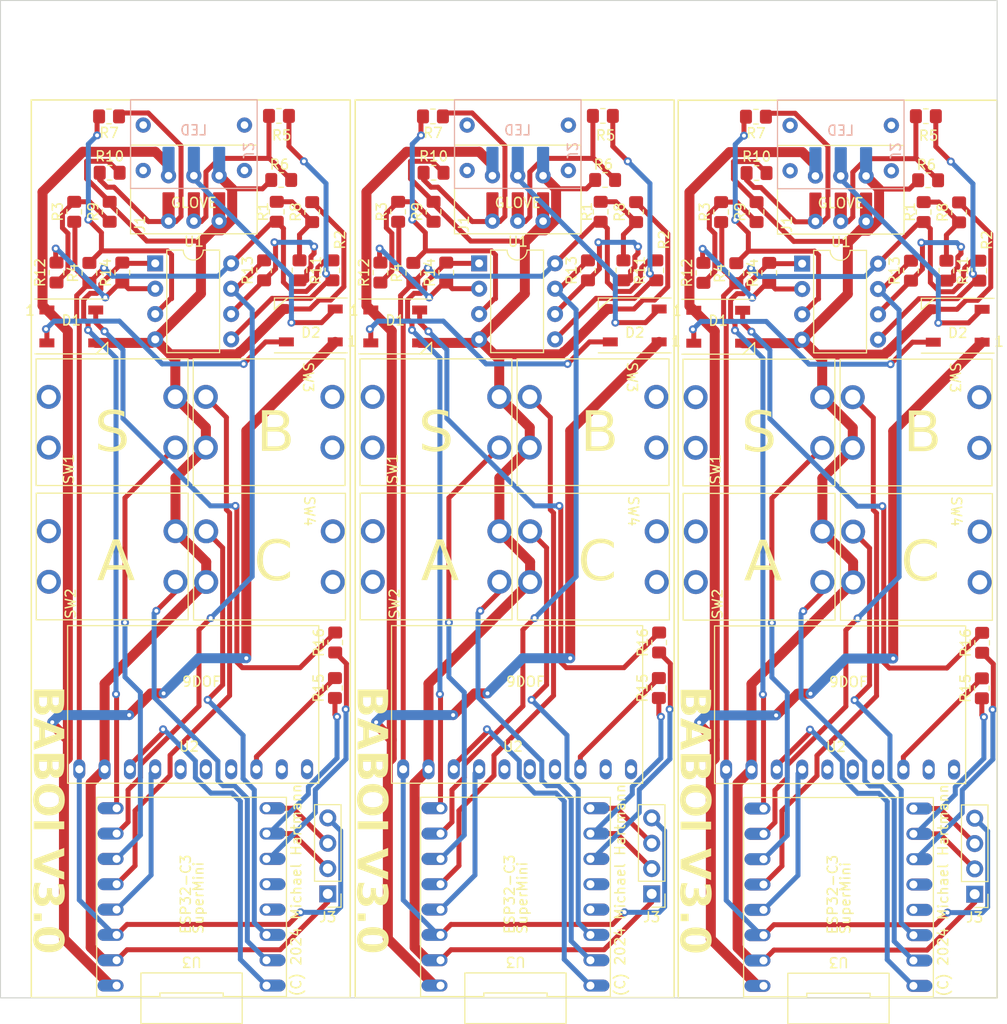
<source format=kicad_pcb>
(kicad_pcb (version 20240108) (generator "pcbnew") (generator_version "8.0")
  (layers (0 "F.Cu" signal) (31 "B.Cu" signal) (34 "B.Paste" user) (35 "F.Paste" user) (36 "B.SilkS" user "B.Silkscreen") (37 "F.SilkS" user "F.Silkscreen") (38 "B.Mask" user) (39 "F.Mask" user) (44 "Edge.Cuts" user))
  (net 0 "")
  (net 1 "/VBUS")
  (net 2 "Net-(D1-DOUT)")
  (net 3 "Net-(D1-DIN)")
  (net 4 "GND1")
  (net 5 "Net-(J1-Pin_2)")
  (net 6 "Net-(J1-Pin_1)")
  (net 7 "Net-(J3-Pin_2)")
  (net 8 "Net-(J3-Pin_3)")
  (net 9 "Net-(U1-VinB+)")
  (net 10 "Net-(D2-DOUT)")
  (net 11 "/VCC_3V3")
  (net 12 "Net-(R12-Pad1)")
  (net 13 "Net-(U1-VinA+)")
  (net 14 "Net-(U1-VinB-)")
  (net 15 "Net-(U1-VinA-)")
  (net 16 "/ADC1_1")
  (net 17 "/ADC1_0")
  (net 18 "Net-(U2-INT)")
  (net 19 "Net-(U3-GPIO10)")
  (net 20 "/BUTTON1")
  (net 21 "/BUTTON3")
  (net 22 "/BUTTON2")
  (net 23 "/BUTTON4")
  (net 29 "Net-(R1-Pad2)")
  (net 32 "/SCL")
  (net 33 "/SDA")
  (footprint "Resistor_SMD:R_0805_2012Metric_Pad1.20x1.40mm_HandSolder" (layer "F.Cu") (at 165.862 46.212 90)
    (property "Reference" "R9")
    (property "Value" "3.3k")
  )
  (footprint "LED_SMD:LED_WS2812B_PLCC4_5.0x5.0mm_P3.2mm" (layer "F.Cu") (at 153.6344 57.579 180)
    (property "Reference" "D2")
    (property "Value" "WS2812B" (hide yes))
  )
  (footprint "Resistor_SMD:R_0805_2012Metric_Pad1.20x1.40mm_HandSolder" (layer "F.Cu") (at 100.953 42.2708)
    (property "Reference" "R10")
    (property "Value" "3.3k")
  )
  (footprint "MountingHole:MountingHole_2.2mm_M2" (layer "F.Cu") (at 128.191 38.0708)
    (property "Reference" "H1" (hide yes))
    (property "Value" "MountingHole" (hide yes))
  )
  (footprint "LED_SMD:LED_WS2812B_PLCC4_5.0x5.0mm_P3.2mm" (layer "F.Cu") (at 97.106 57.6806)
    (property "Reference" "D1")
    (property "Value" "WS2812B" (hide yes))
  )
  (footprint "Resistor_SMD:R_0805_2012Metric_Pad1.20x1.40mm_HandSolder" (layer "F.Cu") (at 183.075 43.025 180)
    (property "Reference" "R6")
    (property "Value" "3.3k")
  )
  (footprint "Resistor_SMD:R_0805_2012Metric_Pad1.20x1.40mm_HandSolder" (layer "F.Cu") (at 160.528 52.308 90)
    (property "Reference" "R12")
    (property "Value" "3.3k")
  )
  (footprint "Package_DIP:DIP-8_W7.62mm" (layer "F.Cu") (at 170.434 51.3842)
    (property "Reference" "U1")
    (property "Value" "~")
  )
  (footprint "midi_arm:LED_conn" (layer "F.Cu") (at 134.281 47.1208 90)
    (property "Reference" "J1")
    (property "Value" "Conn_01x03_Pin")
  )
  (footprint "Resistor_SMD:R_0805_2012Metric_Pad1.20x1.40mm_HandSolder" (layer "F.Cu") (at 165.862 42.3)
    (property "Reference" "R10")
    (property "Value" "3.3k")
  )
  (footprint "Resistor_SMD:R_0805_2012Metric_Pad1.20x1.40mm_HandSolder" (layer "F.Cu") (at 182.626 46.212 90)
    (property "Reference" "R1")
    (property "Value" "2.4k")
  )
  (footprint "Resistor_SMD:R_0805_2012Metric_Pad1.20x1.40mm_HandSolder" (layer "F.Cu") (at 156.059 93.9348 90)
    (property "Reference" "R15")
    (property "Value" "24k")
  )
  (footprint "Resistor_SMD:R_0805_2012Metric_Pad1.20x1.40mm_HandSolder" (layer "F.Cu") (at 163.83 52.34 90)
    (property "Reference" "R4")
    (property "Value" "5.1k")
  )
  (footprint "Resistor_SMD:R_0805_2012Metric_Pad1.20x1.40mm_HandSolder" (layer "F.Cu") (at 133.453 42.2708)
    (property "Reference" "R10")
    (property "Value" "3.3k")
  )
  (footprint "Resistor_SMD:R_0805_2012Metric_Pad1.20x1.40mm_HandSolder" (layer "F.Cu") (at 162.306 46.212 90)
    (property "Reference" "R3")
    (property "Value" "2.4k")
  )
  (footprint "GPB_Footprints:switch_Simple" (layer "F.Cu") (at 127.357 83.2828 90)
    (property "Reference" "SW2")
    (property "Value" "SW_MEC_5E" (hide yes))
  )
  (footprint "Resistor_SMD:R_0805_2012Metric_Pad1.20x1.40mm_HandSolder" (layer "F.Cu") (at 167.132 52.308 90)
    (property "Reference" "R14")
    (property "Value" "24k")
  )
  (footprint "GPB_Footprints:switch_Simple" (layer "F.Cu") (at 188.214 64.77 -90)
    (property "Reference" "SW3")
    (property "Value" "SW_MEC_5E" (hide yes))
  )
  (footprint "Package_DIP:DIP-8_W7.62mm" (layer "F.Cu") (at 105.525 51.355)
    (property "Reference" "U1")
    (property "Value" "~")
  )
  (footprint "Resistor_SMD:R_0805_2012Metric_Pad1.20x1.40mm_HandSolder" (layer "F.Cu") (at 152.503 52.0568 -90)
    (property "Reference" "R11")
    (property "Value" "3.3k")
  )
  (footprint "GPB_Footprints:switch_Simple" (layer "F.Cu") (at 159.766 83.312 90)
    (property "Reference" "SW2")
    (property "Value" "SW_MEC_5E" (hide yes))
  )
  (footprint "Resistor_SMD:R_0805_2012Metric_Pad1.20x1.40mm_HandSolder" (layer "F.Cu") (at 148.947 52.0568 90)
    (property "Reference" "R13")
    (property "Value" "24k")
  )
  (footprint "Resistor_SMD:R_0805_2012Metric_Pad1.20x1.40mm_HandSolder" (layer "F.Cu") (at 133.453 46.1828 90)
    (property "Reference" "R9")
    (property "Value" "3.3k")
  )
  (footprint "Resistor_SMD:R_0805_2012Metric_Pad1.20x1.40mm_HandSolder" (layer "F.Cu") (at 120.003 52.0568 -90)
    (property "Reference" "R11")
    (property "Value" "3.3k")
  )
  (footprint "GPB_Footprints:switch_Simple" (layer "F.Cu") (at 127.341 69.8208 90)
    (property "Reference" "SW1")
    (property "Value" "SW_MEC_5E" (hide yes))
  )
  (footprint "MountingHole:MountingHole_2.2mm_M2" (layer "F.Cu") (at 160.6 38.1)
    (property "Reference" "H1" (hide yes))
    (property "Value" "MountingHole" (hide yes))
  )
  (footprint "Connector_PinHeader_2.54mm:PinHeader_1x04_P2.54mm_Vertical" (layer "F.Cu") (at 122.841 114.5758 180)
    (property "Reference" "J3")
    (property "Value" "Conn_01x04_Pin")
  )
  (footprint "Resistor_SMD:R_0805_2012Metric_Pad1.20x1.40mm_HandSolder" (layer "F.Cu") (at 188.214 52.086 -90)
    (property "Reference" "R2")
    (property "Value" "5.1k")
  )
  (footprint "Connector_PinHeader_2.54mm:PinHeader_1x04_P2.54mm_Vertical" (layer "F.Cu") (at 187.75 114.605 180)
    (property "Reference" "J3")
    (property "Value" "Conn_01x04_Pin")
  )
  (footprint "MountingHole:MountingHole_2.2mm_M2" (layer "F.Cu") (at 128.091 122.4708)
    (property "Reference" "H3" (hide yes))
    (property "Value" "MountingHole" (hide yes))
  )
  (footprint "LED_SMD:LED_WS2812B_PLCC4_5.0x5.0mm_P3.2mm" (layer "F.Cu") (at 186.0434 57.6082 180)
    (property "Reference" "D2")
    (property "Value" "WS2812B" (hide yes))
  )
  (footprint "Resistor_SMD:R_0805_2012Metric_Pad1.20x1.40mm_HandSolder" (layer "F.Cu") (at 100.891 36.6208 180)
    (property "Reference" "R7")
    (property "Value" "3.3k")
  )
  (footprint "Resistor_SMD:R_0805_2012Metric_Pad1.20x1.40mm_HandSolder" (layer "F.Cu") (at 188.4934 89.3986 90)
    (property "Reference" "R16")
    (property "Value" "24k")
  )
  (footprint "Resistor_SMD:R_0805_2012Metric_Pad1.20x1.40mm_HandSolder" (layer "F.Cu") (at 129.897 46.1828 90)
    (property "Reference" "R3")
    (property "Value" "2.4k")
  )
  (footprint "Resistor_SMD:R_0805_2012Metric_Pad1.20x1.40mm_HandSolder" (layer "F.Cu") (at 184.912 52.086 -90)
    (property "Reference" "R11")
    (property "Value" "3.3k")
  )
  (footprint "Resistor_SMD:R_0805_2012Metric_Pad1.20x1.40mm_HandSolder" (layer "F.Cu") (at 182.85 36.6)
    (property "Reference" "R5")
    (property "Value" "3.3k")
  )
  (footprint "Resistor_SMD:R_0805_2012Metric_Pad1.20x1.40mm_HandSolder" (layer "F.Cu") (at 121.273 46.2148 90)
    (property "Reference" "R8")
    (property "Value" "3.3k")
  )
  (footprint "GPB_Footprints:switch_Simple" (layer "F.Cu") (at 155.805 64.7408 -90)
    (property "Reference" "SW3")
    (property "Value" "SW_MEC_5E" (hide yes))
  )
  (footprint "LED_SMD:LED_WS2812B_PLCC4_5.0x5.0mm_P3.2mm" (layer "F.Cu") (at 121.1344 57.579 180)
    (property "Reference" "D2")
    (property "Value" "WS2812B" (hide yes))
  )
  (footprint "Resistor_SMD:R_0805_2012Metric_Pad1.20x1.40mm_HandSolder" (layer "F.Cu") (at 131.421 52.3108 90)
    (property "Reference" "R4")
    (property "Value" "5.1k")
  )
  (footprint "midi_arm:9250_MOD" (layer "F.Cu") (at 109.335 102.0788)
    (property "Reference" "U2")
    (property "Value" "~")
  )
  (footprint "Resistor_SMD:R_0805_2012Metric_Pad1.20x1.40mm_HandSolder" (layer "F.Cu") (at 165.8 36.65 180)
    (property "Reference" "R7")
    (property "Value" "3.3k")
  )
  (footprint "Resistor_SMD:R_0805_2012Metric_Pad1.20x1.40mm_HandSolder" (layer "F.Cu") (at 117.941 36.5708)
    (property "Reference" "R5")
    (property "Value" "3.3k")
  )
  (footprint "Resistor_SMD:R_0805_2012Metric_Pad1.20x1.40mm_HandSolder" (layer "F.Cu") (at 150.441 36.5708)
    (property "Reference" "R5")
    (property "Value" "3.3k")
  )
  (footprint "GPB_Footprints:switch_Simple" (layer "F.Cu") (at 94.841 69.8208 90)
    (property "Reference" "SW1")
    (property "Value" "SW_MEC_5E" (hide yes))
  )
  (footprint "Resistor_SMD:R_0805_2012Metric_Pad1.20x1.40mm_HandSolder" (layer "F.Cu") (at 155.805 52.0568 -90)
    (property "Reference" "R2")
    (property "Value" "5.1k")
  )
  (footprint "midi_arm:ESP32-C3_SuperMini" (layer "F.Cu") (at 174.08 114.905 90)
    (property "Reference" "U3")
    (property "Value" "~")
  )
  (footprint "Resistor_SMD:R_0805_2012Metric_Pad1.20x1.40mm_HandSolder" (layer "F.Cu") (at 118.166 42.9958 180)
    (property "Reference" "R6")
    (property "Value" "3.3k")
  )
  (footprint "Resistor_SMD:R_0805_2012Metric_Pad1.20x1.40mm_HandSolder" (layer "F.Cu") (at 98.921 52.3108 90)
    (property "Reference" "R4")
    (property "Value" "5.1k")
  )
  (footprint "LED_SMD:LED_WS2812B_PLCC4_5.0x5.0mm_P3.2mm" (layer "F.Cu") (at 162.015 57.7098)
    (property "Reference" "D1")
    (property "Value" "WS2812B" (hide yes))
  )
  (footprint "Resistor_SMD:R_0805_2012Metric_Pad1.20x1.40mm_HandSolder" (layer "F.Cu") (at 150.217 46.1828 90)
    (property "Reference" "R1")
    (property "Value" "2.4k")
  )
  (footprint "MountingHole:MountingHole_2.2mm_M2" (layer "F.Cu") (at 187.5 38.1)
    (property "Reference" "H2" (hide yes))
    (property "Value" "MountingHole" (hide yes))
  )
  (footprint "LED_SMD:LED_WS2812B_PLCC4_5.0x5.0mm_P3.2mm" (layer "F.Cu") (at 129.606 57.6806)
    (property "Reference" "D1")
    (property "Value" "WS2812B" (hide yes))
  )
  (footprint "GPB_Footprints:switch_Simple" (layer "F.Cu") (at 155.841 78.2208 -90)
    (property "Reference" "SW4")
    (property "Value" "SW_MEC_5E" (hide yes))
  )
  (footprint "Resistor_SMD:R_0805_2012Metric_Pad1.20x1.40mm_HandSolder" (layer "F.Cu") (at 97.397 46.1828 90)
    (property "Reference" "R3")
    (property "Value" "2.4k")
  )
  (footprint "Resistor_SMD:R_0805_2012Metric_Pad1.20x1.40mm_HandSolder" (layer "F.Cu") (at 123.5844 89.3694 90)
    (property "Reference" "R16")
    (property "Value" "24k")
  )
  (footprint "midi_arm:LED_conn" (layer "F.Cu") (at 166.69 47.15 90)
    (property "Reference" "J1")
    (property "Value" "Conn_01x03_Pin")
  )
  (footprint "GPB_Footprints:switch_Simple" (layer "F.Cu") (at 94.857 83.2828 90)
    (property "Reference" "SW2")
    (property "Value" "SW_MEC_5E" (hide yes))
  )
  (footprint "midi_arm:9250_MOD" (layer "F.Cu") (at 141.835 102.0788)
    (property "Reference" "U2")
    (property "Value" "~")
  )
  (footprint "Package_DIP:DIP-8_W7.62mm" (layer "F.Cu") (at 138.025 51.355)
    (property "Reference" "U1")
    (property "Value" "~")
  )
  (footprint "MountingHole:MountingHole_2.2mm_M2" (layer "F.Cu") (at 122.591 38.0708)
    (property "Reference" "H2" (hide yes))
    (property "Value" "MountingHole" (hide yes))
  )
  (footprint "GPB_Footprints:switch_Simple" (layer "F.Cu") (at 123.305 64.7408 -90)
    (property "Reference" "SW3")
    (property "Value" "SW_MEC_5E" (hide yes))
  )
  (footprint "Resistor_SMD:R_0805_2012Metric_Pad1.20x1.40mm_HandSolder" (layer "F.Cu") (at 186.182 46.244 90)
    (property "Reference" "R8")
    (property "Value" "3.3k")
  )
  (footprint "Resistor_SMD:R_0805_2012Metric_Pad1.20x1.40mm_HandSolder" (layer "F.Cu") (at 100.953 46.1828 90)
    (property "Reference" "R9")
    (property "Value" "3.3k")
  )
  (footprint "Resistor_SMD:R_0805_2012Metric_Pad1.20x1.40mm_HandSolder" (layer "F.Cu") (at 133.391 36.6208 180)
    (property "Reference" "R7")
    (property "Value" "3.3k")
  )
  (footprint "Connector_PinHeader_2.54mm:PinHeader_1x04_P2.54mm_Vertical" (layer "F.Cu") (at 155.341 114.5758 180)
    (property "Reference" "J3")
    (property "Value" "Conn_01x04_Pin")
  )
  (footprint "Resistor_SMD:R_0805_2012Metric_Pad1.20x1.40mm_HandSolder" (layer "F.Cu") (at 117.717 46.1828 90)
    (property "Reference" "R1")
    (property "Value" "2.4k")
  )
  (footprint "midi_arm:ESP32-C3_SuperMini" (layer "F.Cu") (at 141.671 114.8758 90)
    (property "Reference" "U3")
    (property "Value" "~")
  )
  (footprint "Resistor_SMD:R_0805_2012Metric_Pad1.20x1.40mm_HandSolder" (layer "F.Cu") (at 181.356 52.086 90)
    (property "Reference" "R13")
    (property "Value" "24k")
  )
  (footprint "GPB_Footprints:switch_Simple" (layer "F.Cu") (at 123.341 78.2208 -90)
    (property "Reference" "SW4")
    (property "Value" "SW_MEC_5E" (hide yes))
  )
  (footprint "MountingHole:MountingHole_2.2mm_M2" (layer "F.Cu") (at 187.5 122.5)
    (property "Reference" "H4" (hide yes))
    (property "Value" "MountingHole" (hide yes))
  )
  (footprint "MountingHole:MountingHole_2.2mm_M2" (layer "F.Cu") (at 155.091 38.0708)
    (property "Reference" "H2" (hide yes))
    (property "Value" "MountingHole" (hide yes))
  )
  (footprint "Resistor_SMD:R_0805_2012Metric_Pad1.20x1.40mm_HandSolder" (layer "F.Cu") (at 123.559 93.9348 90)
    (property "Reference" "R15")
    (property "Value" "24k")
  )
  (footprint "GPB_Footprints:switch_Simple" (layer "F.Cu") (at 188.25 78.25 -90)
    (property "Reference" "SW4")
    (property "Value" "SW_MEC_5E" (hide yes))
  )
  (footprint "Resistor_SMD:R_0805_2012Metric_Pad1.20x1.40mm_HandSolder" (layer "F.Cu") (at 123.305 52.0568 -90)
    (property "Reference" "R2")
    (property "Value" "5.1k")
  )
  (footprint "midi_arm:9250_MOD" (layer "F.Cu") (at 174.244 102.108)
    (property "Reference" "U2")
    (property "Value" "~")
  )
  (footprint "Resistor_SMD:R_0805_2012Metric_Pad1.20x1.40mm_HandSolder" (layer "F.Cu") (at 153.773 46.2148 90)
    (property "Reference" "R8")
    (property "Value" "3.3k")
  )
  (footprint "Resistor_SMD:R_0805_2012Metric_Pad1.20x1.40mm_HandSolder" (layer "F.Cu") (at 134.723 52.2788 90)
    (property "Reference" "R14")
    (property "Value" "24k")
  )
  (footprint "Resistor_SMD:R_0805_2012Metric_Pad1.20x1.40mm_HandSolder" (layer "F.Cu") (at 156.0844 89.3694 90)
    (property "Reference" "R16")
    (property "Value" "24k")
  )
  (footprint "midi_arm:LED_conn" (layer "F.Cu") (at 101.781 47.1208 90)
    (property "Reference" "J1")
    (property "Value" "Conn_01x03_Pin")
  )
  (footprint "MountingHole:MountingHole_2.2mm_M2" (layer "F.Cu") (at 122.591 122.4708)
    (property "Reference" "H4" (hide yes))
    (property "Value" "MountingHole" (hide yes))
  )
  (footprint "Resistor_SMD:R_0805_2012Metric_Pad1.20x1.40mm_HandSolder" (layer "F.Cu") (at 102.223 52.2788 90)
    (property "Reference" "R14")
    (property "Value" "24k")
  )
  (footprint "MountingHole:MountingHole_2.2mm_M2" (layer "F.Cu") (at 95.591 122.4708)
    (property "Reference" "H3" (hide yes))
    (property "Value" "MountingHole" (hide yes))
  )
  (footprint "Resistor_SMD:R_0805_2012Metric_Pad1.20x1.40mm_HandSolder" (layer "F.Cu") (at 95.619 52.2788 90)
    (property "Reference" "R12")
    (property "Value" "3.3k")
  )
  (footprint "MountingHole:MountingHole_2.2mm_M2" (layer "F.Cu") (at 160.5 122.5)
    (property "Reference" "H3" (hide yes))
    (property "Value" "MountingHole" (hide yes))
  )
  (footprint "GPB_Footprints:switch_Simple" (layer "F.Cu") (at 159.75 69.85 90)
    (property "Reference" "SW1")
    (property "Value" "SW_MEC_5E" (hide yes))
  )
  (footprint "midi_arm:ESP32-C3_SuperMini" (layer "F.Cu") (at 109.171 114.8758 90)
    (property "Reference" "U3")
    (property "Value" "~")
  )
  (footprint "Resistor_SMD:R_0805_2012Metric_Pad1.20x1.40mm_HandSolder" (layer "F.Cu") (at 116.447 52.0568 90)
    (property "Reference" "R13")
    (property "Value" "24k")
  )
  (footprint "MountingHole:MountingHole_2.2mm_M2" (layer "F.Cu") (at 95.691 38.0708)
    (property "Reference" "H1" (hide yes))
    (property "Value" "MountingHole" (hide yes))
  )
  (footprint "MountingHole:MountingHole_2.2mm_M2" (layer "F.Cu") (at 155.091 122.4708)
    (property "Reference" "H4" (hide yes))
    (property "Value" "MountingHole" (hide yes))
  )
  (footprint "Resistor_SMD:R_0805_2012Metric_Pad1.20x1.40mm_HandSolder" (layer "F.Cu") (at 128.119 52.2788 90)
    (property "Reference" "R12")
    (property "Value" "3.3k")
  )
  (footprint "Resistor_SMD:R_0805_2012Metric_Pad1.20x1.40mm_HandSolder" (layer "F.Cu") (at 188.468 93.964 90)
    (property "Reference" "R15")
    (property "Value" "24k")
  )
  (footprint "Resistor_SMD:R_0805_2012Metric_Pad1.20x1.40mm_HandSolder" (layer "F.Cu") (at 150.666 42.9958 180)
    (property "Reference" "R6")
    (property "Value" "3.3k")
  )
  (footprint "midi_arm:LED_conn" (layer "B.Cu") (at 181.93 42.6 90)
    (property "Reference" "J2")
    (property "Value" "Conn_01x03_Pin" (hide yes))
  )
  (footprint "midi_arm:LED_conn" (layer "B.Cu") (at 149.521 42.5708 90)
    (property "Reference" "J2")
    (property "Value" "Conn_01x03_Pin" (hide yes))
  )
  (footprint "midi_arm:LED_conn" (layer "B.Cu") (at 117.021 42.5708 90)
    (property "Reference" "J2")
    (property "Value" "Conn_01x03_Pin" (hide yes))
  )
  (gr_line (start 164.5 60.475) (end 165.665 59.3098) (stroke (width 0.15)) (layer "F.SilkS"))
  (gr_line (start 132.091 60.4458) (end 133.256 59.2806) (stroke (width 0.15)) (layer "F.SilkS"))
  (gr_line (start 182.3934 56.0082) (end 183.7 54.875) (stroke (width 0.15)) (layer "F.SilkS"))
  (gr_rect (start 93.091 34.9708) (end 125.091 124.9708) (stroke (width 0.15)) (fill none) (layer "F.SilkS"))
  (gr_line (start 117.4844 55.979) (end 118.791 54.8458) (stroke (width 0.15)) (layer "F.SilkS"))
  (gr_rect (start 158 35) (end 190 125) (stroke (width 0.15)) (fill none) (layer "F.SilkS"))
  (gr_line (start 149.9844 55.979) (end 151.291 54.8458) (stroke (width 0.15)) (layer "F.SilkS"))
  (gr_line (start 99.591 60.4458) (end 100.756 59.2806) (stroke (width 0.15)) (layer "F.SilkS"))
  (gr_rect (start 125.591 34.9708) (end 157.591 124.9708) (stroke (width 0.15)) (fill none) (layer "F.SilkS"))
  (gr_rect (start 90 25) (end 190 125) (stroke (width 0.1)) (fill none) (layer "Edge.Cuts"))
  (gr_text "LED" (at 110.841 38.5958 0) (layer "B.SilkS") (effects (font (size 1 1)) (justify left bottom mirror)))
  (gr_text "LED" (at 143.341 38.5958 0) (layer "B.SilkS") (effects (font (size 1 1)) (justify left bottom mirror)))
  (gr_text "LED" (at 175.75 38.625 0) (layer "B.SilkS") (effects (font (size 1 1)) (justify left bottom mirror)))
  (gr_text "C" (at 147.931 83.7908 0) (layer "F.SilkS") (effects (font (size 4 4)) (justify left bottom)))
  (gr_text "A" (at 164.592 83.82 0) (layer "F.SilkS") (effects (font (size 4 4)) (justify left bottom)))
  (gr_text "(C) 2024 Michael Hartmann" (at 120.257 124.9388 90) (layer "F.SilkS") (effects (font (size 1 1)) (justify left bottom)))
  (gr_text "B" (at 115.685 70.8368 0) (layer "F.SilkS") (effects (font (size 4 4)) (justify left bottom)))
  (gr_text "GLOVE" (at 139.491 45.8708 0) (layer "F.SilkS") (effects (font (size 1 1)) (justify left bottom)))
  (gr_text "S" (at 131.929 70.8368 0) (layer "F.SilkS") (effects (font (size 4 4)) (justify left bottom)))
  (gr_text "S" (at 99.429 70.8368 0) (layer "F.SilkS") (effects (font (size 4 4)) (justify left bottom)))
  (gr_text "(C) 2024 Michael Hartmann" (at 152.757 124.9388 90) (layer "F.SilkS") (effects (font (size 1 1)) (justify left bottom)))
  (gr_text "BABOI V3.0" (at 92.825 93.6968 270) (layer "F.SilkS") (effects (font (size 3 3) (thickness 0.6) (bold yes)) (justify left bottom)))
  (gr_text "A" (at 99.683 83.7908 0) (layer "F.SilkS") (effects (font (size 4 4)) (justify left bottom)))
  (gr_text "B" (at 180.594 70.866 0) (layer "F.SilkS") (effects (font (size 4 4)) (justify left bottom)))
  (gr_text "BABOI V3.0" (at 157.734 93.726 270) (layer "F.SilkS") (effects (font (size 3 3) (thickness 0.6) (bold yes)) (justify left bottom)))
  (gr_text "(C) 2024 Michael Hartmann" (at 185.166 124.968 90) (layer "F.SilkS") (effects (font (size 1 1)) (justify left bottom)))
  (gr_text "C" (at 180.34 83.82 0) (layer "F.SilkS") (effects (font (size 4 4)) (justify left bottom)))
  (gr_text "A" (at 132.183 83.7908 0) (layer "F.SilkS") (effects (font (size 4 4)) (justify left bottom)))
  (gr_text "BABOI V3.0" (at 125.325 93.6968 270) (layer "F.SilkS") (effects (font (size 3 3) (thickness 0.6) (bold yes)) (justify left bottom)))
  (gr_text "S" (at 164.338 70.866 0) (layer "F.SilkS") (effects (font (size 4 4)) (justify left bottom)))
  (gr_text "C" (at 115.431 83.7908 0) (layer "F.SilkS") (effects (font (size 4 4)) (justify left bottom)))
  (gr_text "GLOVE" (at 171.9 45.9 0) (layer "F.SilkS") (effects (font (size 1 1)) (justify left bottom)))
  (gr_text "GLOVE" (at 106.991 45.8708 0) (layer "F.SilkS") (effects (font (size 1 1)) (justify left bottom)))
  (gr_text "B" (at 148.185 70.8368 0) (layer "F.SilkS") (effects (font (size 4 4)) (justify left bottom)))
  (segment (start 128.866 101.379322) (end 128.866 119.079278) (width 1) (layer "F.Cu") (net 1))
  (segment (start 106.861 41.49317) (end 105.53863 40.1708) (width 1) (layer "F.Cu") (net 1))
  (segment (start 139.361 41.49317) (end 138.03863 40.1708) (width 1) (layer "F.Cu") (net 1))
  (segment (start 94.219 44.199297) (end 94.219 55.5936) (width 1) (layer "F.Cu") (net 1))
  (segment (start 96.757 100.988322) (end 96.366 101.379322) (width 1) (layer "F.Cu") (net 1))
  (segment (start 96.757 58.1316) (end 96.757 99.1208) (width 1) (layer "F.Cu") (net 1))
  (segment (start 129.257 100.988322) (end 128.866 101.379322) (width 1) (layer "F.Cu") (net 1))
  (segment (start 114.666 68.1474) (end 114.666 90.9458) (width 1) (layer "F.Cu") (net 1))
  (segment (start 96.757 99.1208) (end 96.757 100.988322) (width 1) (layer "F.Cu") (net 1))
  (segment (start 147.166 68.1474) (end 147.166 90.9458) (width 1) (layer "F.Cu") (net 1))
  (segment (start 106.861 42.5708) (end 106.861 41.49317) (width 1) (layer "F.Cu") (net 1))
  (segment (start 123.5844 59.229) (end 114.666 68.1474) (width 1) (layer "F.Cu") (net 1))
  (segment (start 170.44763 40.2) (end 163.156497 40.2) (width 1) (layer "F.Cu") (net 1))
  (segment (start 137.591 94.4708) (end 135.416 96.6458) (width 1) (layer "F.Cu") (net 1))
  (segment (start 98.247497 40.1708) (end 94.219 44.199297) (width 1) (layer "F.Cu") (net 1))
  (segment (start 159.565 56.0598) (end 161.666 58.1608) (width 1) (layer "F.Cu") (net 1))
  (segment (start 163.156497 40.2) (end 159.128 44.228497) (width 1) (layer "F.Cu") (net 1))
  (segment (start 171.77 41.52237) (end 170.44763 40.2) (width 1) (layer "F.Cu") (net 1))
  (segment (start 138.03863 40.1708) (end 130.747497 40.1708) (width 1) (layer "F.Cu") (net 1))
  (segment (start 188.4934 59.2582) (end 179.575 68.1766) (width 1) (layer "F.Cu") (net 1))
  (segment (start 126.719 44.199297) (end 126.719 55.5936) (width 1) (layer "F.Cu") (net 1))
  (segment (start 105.53863 40.1708) (end 98.247497 40.1708) (width 1) (layer "F.Cu") (net 1))
  (segment (start 95.191 97.5548) (end 96.757 99.1208) (width 1) (layer "F.Cu") (net 1))
  (segment (start 160.1 97.584) (end 161.666 99.15) (width 1) (layer "F.Cu") (net 1))
  (segment (start 159.128 55.6228) (end 159.565 56.0598) (width 1) (layer "F.Cu") (net 1))
  (segment (start 106.366 94.4708) (end 105.091 94.4708) (width 1) (layer "F.Cu") (net 1))
  (segment (start 179.575 68.1766) (end 179.575 90.975) (width 1) (layer "F.Cu") (net 1))
  (segment (start 133.552522 123.7658) (end 134.151 123.7658) (width 1) (layer "F.Cu") (net 1))
  (segment (start 160.1 97.4) (end 160.1 97.584) (width 1) (layer "F.Cu") (net 1))
  (segment (start 161.666 58.1608) (end 161.666 99.15) (width 1) (layer "F.Cu") (net 1))
  (segment (start 94.656 56.0306) (end 96.757 58.1316) (width 1) (layer "F.Cu") (net 1))
  (segment (start 127.691 97.3708) (end 127.691 97.5548) (width 1) (layer "F.Cu") (net 1))
  (segment (start 165.961522 123.795) (end 166.56 123.795) (width 1) (layer "F.Cu") (net 1))
  (segment (start 139.361 42.5708) (end 139.361 41.49317) (width 1) (layer "F.Cu") (net 1))
  (segment (start 101.052522 123.7658) (end 101.651 123.7658) (width 1) (layer "F.Cu") (net 1))
  (segment (start 127.156 56.0306) (end 129.257 58.1316) (width 1) (layer "F.Cu") (net 1))
  (segment (start 161.275 101.408522) (end 161.275 119.108478) (width 1) (layer "F.Cu") (net 1))
  (segment (start 161.275 119.108478) (end 165.961522 123.795) (width 1) (layer "F.Cu") (net 1))
  (segment (start 170 94.5) (end 167.825 96.675) (width 1) (layer "F.Cu") (net 1))
  (segment (start 159.128 44.228497) (end 159.128 55.6228) (width 1) (layer "F.Cu") (net 1))
  (segment (start 126.719 55.5936) (end 127.156 56.0306) (width 1) (layer "F.Cu") (net 1))
  (segment (start 128.866 119.079278) (end 133.552522 123.7658) (width 1) (layer "F.Cu") (net 1))
  (segment (start 171.77 42.6) (end 171.77 41.52237) (width 1) (layer "F.Cu") (net 1))
  (segment (start 96.366 119.079278) (end 101.052522 123.7658) (width 1) (layer "F.Cu") (net 1))
  (segment (start 171.275 94.5) (end 170 94.5) (width 1) (layer "F.Cu") (net 1))
  (segment (start 129.257 99.1208) (end 129.257 100.988322) (width 1) (layer "F.Cu") (net 1))
  (segment (start 96.366 101.379322) (end 96.366 119.079278) (width 1) (layer "F.Cu") (net 1))
  (segment (start 161.666 99.15) (end 161.666 101.017522) (width 1) (layer "F.Cu") (net 1))
  (segment (start 129.257 58.1316) (end 129.257 99.1208) (width 1) (layer "F.Cu") (net 1))
  (segment (start 130.747497 40.1708) (end 126.719 44.199297) (width 1) (layer "F.Cu") (net 1))
  (segment (start 105.091 94.4708) (end 102.916 96.6458) (width 1) (layer "F.Cu") (net 1))
  (segment (start 127.691 97.5548) (end 129.257 99.1208) (width 1) (layer "F.Cu") (net 1))
  (segment (start 95.191 97.3708) (end 95.191 97.5548) (width 1) (layer "F.Cu") (net 1))
  (segment (start 138.866 94.4708) (end 137.591 94.4708) (width 1) (layer "F.Cu") (net 1))
  (segment (start 156.0844 59.229) (end 147.166 68.1474) (width 1) (layer "F.Cu") (net 1))
  (segment (start 94.219 55.5936) (end 94.656 56.0306) (width 1) (layer "F.Cu") (net 1))
  (segment (start 161.666 101.017522) (end 161.275 101.408522) (width 1) (layer "F.Cu") (net 1))
  (via (at 138.866 94.4708) (size 0.8) (drill 0.4) (layers "F.Cu" "B.Cu") (net 1))
  (via (at 95.191 97.3708) (size 0.8) (drill 0.4) (layers "F.Cu" "B.Cu") (net 1))
  (via (at 114.666 90.9458) (size 0.8) (drill 0.4) (layers "F.Cu" "B.Cu") (net 1))
  (via (at 147.166 90.9458) (size 0.8) (drill 0.4) (layers "F.Cu" "B.Cu") (net 1))
  (via (at 102.916 96.6458) (size 0.8) (drill 0.4) (layers "F.Cu" "B.Cu") (net 1))
  (via (at 127.691 97.3708) (size 0.8) (drill 0.4) (layers "F.Cu" "B.Cu") (net 1))
  (via (at 160.1 97.4) (size 0.8) (drill 0.4) (layers "F.Cu" "B.Cu") (net 1))
  (via (at 135.416 96.6458) (size 0.8) (drill 0.4) (layers "F.Cu" "B.Cu") (net 1))
  (via (at 171.275 94.5) (size 0.8) (drill 0.4) (layers "F.Cu" "B.Cu") (net 1))
  (via (at 179.575 90.975) (size 0.8) (drill 0.4) (layers "F.Cu" "B.Cu") (net 1))
  (via (at 167.825 96.675) (size 0.8) (drill 0.4) (layers "F.Cu" "B.Cu") (net 1))
  (via (at 106.366 94.4708) (size 0.8) (drill 0.4) (layers "F.Cu" "B.Cu") (net 1))
  (segment (start 128.416 96.6458) (end 127.691 97.3708) (width 1) (layer "B.Cu") (net 1))
  (segment (start 102.916 96.6458) (end 95.916 96.6458) (width 1) (layer "B.Cu") (net 1))
  (segment (start 160.825 96.675) (end 160.1 97.4) (width 1) (layer "B.Cu") (net 1))
  (segment (start 179.575 90.975) (end 174.8 90.975) (width 1) (layer "B.Cu") (net 1))
  (segment (start 167.825 96.675) (end 160.825 96.675) (width 1) (layer "B.Cu") (net 1))
  (segment (start 114.666 90.9458) (end 109.891 90.9458) (width 1) (layer "B.Cu") (net 1))
  (segment (start 95.916 96.6458) (end 95.191 97.3708) (width 1) (layer "B.Cu") (net 1))
  (segment (start 135.416 96.6458) (end 128.416 96.6458) (width 1) (layer "B.Cu") (net 1))
  (segment (start 147.166 90.9458) (end 142.391 90.9458) (width 1) (layer "B.Cu") (net 1))
  (segment (start 109.891 90.9458) (end 106.366 94.4708) (width 1) (layer "B.Cu") (net 1))
  (segment (start 142.391 90.9458) (end 138.866 94.4708) (width 1) (layer "B.Cu") (net 1))
  (segment (start 174.8 90.975) (end 171.275 94.5) (width 1) (layer "B.Cu") (net 1))
  (segment (start 127.156 59.3306) (end 127.156 58.0358) (width 0.5) (layer "F.Cu") (net 2))
  (segment (start 94.656 58.0358) (end 94.566 57.9458) (width 0.5) (layer "F.Cu") (net 2))
  (segment (start 94.656 59.3306) (end 94.656 58.0358) (width 0.5) (layer "F.Cu") (net 2))
  (segment (start 118.6844 59.229) (end 116.604778 59.229) (width 0.5) (layer "F.Cu") (net 2))
  (segment (start 159.565 59.3598) (end 159.565 58.065) (width 0.5) (layer "F.Cu") (net 2))
  (segment (start 183.5934 59.2582) (end 181.513778 59.2582) (width 0.5) (layer "F.Cu") (net 2))
  (segment (start 149.104778 59.229) (end 146.897412 61.436366) (width 0.5) (layer "F.Cu") (net 2))
  (segment (start 159.565 58.065) (end 159.475 57.975) (width 0.5) (layer "F.Cu") (net 2))
  (segment (start 116.604778 59.229) (end 114.397412 61.436366) (width 0.5) (layer "F.Cu") (net 2))
  (segment (start 151.1844 59.229) (end 149.104778 59.229) (width 0.5) (layer "F.Cu") (net 2))
  (segment (start 181.513778 59.2582) (end 179.306412 61.465566) (width 0.5) (layer "F.Cu") (net 2))
  (segment (start 127.156 58.0358) (end 127.066 57.9458) (width 0.5) (layer "F.Cu") (net 2))
  (via (at 94.566 57.9458) (size 0.8) (drill 0.4) (layers "F.Cu" "B.Cu") (net 2))
  (via (at 127.066 57.9458) (size 0.8) (drill 0.4) (layers "F.Cu" "B.Cu") (net 2))
  (via (at 179.306412 61.465566) (size 0.8) (drill 0.4) (layers "F.Cu" "B.Cu") (net 2))
  (via (at 159.475 57.975) (size 0.8) (drill 0.4) (layers "F.Cu" "B.Cu") (net 2))
  (via (at 146.897412 61.436366) (size 0.8) (drill 0.4) (layers "F.Cu" "B.Cu") (net 2))
  (via (at 114.397412 61.436366) (size 0.8) (drill 0.4) (layers "F.Cu" "B.Cu") (net 2))
  (segment (start 101.928033 57.1458) (end 106.218599 61.436366) (width 0.5) (layer "B.Cu") (net 2))
  (segment (start 134.428033 57.1458) (end 138.718599 61.436366) (width 0.5) (layer "B.Cu") (net 2))
  (segment (start 160.275 57.175) (end 166.837033 57.175) (width 0.5) (layer "B.Cu") (net 2))
  (segment (start 127.866 57.1458) (end 134.428033 57.1458) (width 0.5) (layer "B.Cu") (net 2))
  (segment (start 138.718599 61.436366) (end 146.897412 61.436366) (width 0.5) (layer "B.Cu") (net 2))
  (segment (start 127.066 57.9458) (end 127.866 57.1458) (width 0.5) (layer "B.Cu") (net 2))
  (segment (start 166.837033 57.175) (end 171.127599 61.465566) (width 0.5) (layer "B.Cu") (net 2))
  (segment (start 106.218599 61.436366) (end 114.397412 61.436366) (width 0.5) (layer "B.Cu") (net 2))
  (segment (start 159.475 57.975) (end 160.275 57.175) (width 0.5) (layer "B.Cu") (net 2))
  (segment (start 171.127599 61.465566) (end 179.306412 61.465566) (width 0.5) (layer "B.Cu") (net 2))
  (segment (start 94.566 57.9458) (end 95.366 57.1458) (width 0.5) (layer "B.Cu") (net 2))
  (segment (start 95.366 57.1458) (end 101.928033 57.1458) (width 0.5) (layer "B.Cu") (net 2))
  (segment (start 146.216 75.8208) (end 146.066 75.6708) (width 0.5) (layer "F.Cu") (net 3))
  (segment (start 156.0844 88.3694) (end 152.558 91.8958) (width 0.5) (layer "F.Cu") (net 3))
  (segment (start 152.558 91.8958) (end 146.772497 91.8958) (width 0.5) (layer "F.Cu") (net 3))
  (segment (start 132.056 57.286903) (end 132.939897 58.1708) (width 0.5) (layer "F.Cu") (net 3))
  (segment (start 184.967 91.925) (end 179.181497 91.925) (width 0.5) (layer "F.Cu") (net 3))
  (segment (start 179.181497 91.925) (end 178.625 91.368503) (width 0.5) (layer "F.Cu") (net 3))
  (segment (start 178.625 91.368503) (end 178.625 75.85) (width 0.5) (layer "F.Cu") (net 3))
  (segment (start 188.4934 88.3986) (end 184.967 91.925) (width 0.5) (layer "F.Cu") (net 3))
  (segment (start 113.716 75.8208) (end 113.566 75.6708) (width 0.5) (layer "F.Cu") (net 3))
  (segment (start 146.216 91.339303) (end 146.216 75.8208) (width 0.5) (layer "F.Cu") (net 3))
  (segment (start 123.5844 88.3694) (end 120.058 91.8958) (width 0.5) (layer "F.Cu") (net 3))
  (segment (start 113.716 91.339303) (end 113.716 75.8208) (width 0.5) (layer "F.Cu") (net 3))
  (segment (start 99.556 57.286903) (end 100.439897 58.1708) (width 0.5) (layer "F.Cu") (net 3))
  (segment (start 164.465 57.316103) (end 165.348897 58.2) (width 0.5) (layer "F.Cu") (net 3))
  (segment (start 132.056 56.0306) (end 132.056 57.286903) (width 0.5) (layer "F.Cu") (net 3))
  (segment (start 164.465 56.0598) (end 164.465 57.316103) (width 0.5) (layer "F.Cu") (net 3))
  (segment (start 178.625 75.85) (end 178.475 75.7) (width 0.5) (layer "F.Cu") (net 3))
  (segment (start 146.772497 91.8958) (end 146.216 91.339303) (width 0.5) (layer "F.Cu") (net 3))
  (segment (start 114.272497 91.8958) (end 113.716 91.339303) (width 0.5) (layer "F.Cu") (net 3))
  (segment (start 120.058 91.8958) (end 114.272497 91.8958) (width 0.5) (layer "F.Cu") (net 3))
  (segment (start 99.556 56.0306) (end 99.556 57.286903) (width 0.5) (layer "F.Cu") (net 3))
  (via (at 113.566 75.6708) (size 0.8) (drill 0.4) (layers "F.Cu" "B.Cu") (net 3))
  (via (at 100.439897 58.1708) (size 0.8) (drill 0.4) (layers "F.Cu" "B.Cu") (net 3))
  (via (at 178.475 75.7) (size 0.8) (drill 0.4) (layers "F.Cu" "B.Cu") (net 3))
  (via (at 146.066 75.6708) (size 0.8) (drill 0.4) (layers "F.Cu" "B.Cu") (net 3))
  (via (at 132.939897 58.1708) (size 0.8) (drill 0.4) (layers "F.Cu" "B.Cu") (net 3))
  (via (at 165.348897 58.2) (size 0.8) (drill 0.4) (layers "F.Cu" "B.Cu") (net 3))
  (segment (start 102.291 60.021903) (end 102.291 66.904253) (width 0.5) (layer "B.Cu") (net 3))
  (segment (start 132.939897 58.1708) (end 134.791 60.021903) (width 0.5) (layer "B.Cu") (net 3))
  (segment (start 111.057547 75.6708) (end 113.566 75.6708) (width 0.5) (layer "B.Cu") (net 3))
  (segment (start 167.2 60.051103) (end 167.2 66.933453) (width 0.5) (layer "B.Cu") (net 3))
  (segment (start 165.348897 58.2) (end 167.2 60.051103) (width 0.5) (layer "B.Cu") (net 3))
  (segment (start 175.966547 75.7) (end 178.475 75.7) (width 0.5) (layer "B.Cu") (net 3))
  (segment (start 100.439897 58.1708) (end 102.291 60.021903) (width 0.5) (layer "B.Cu") (net 3))
  (segment (start 134.791 60.021903) (end 134.791 66.904253) (width 0.5) (layer "B.Cu") (net 3))
  (segment (start 167.2 66.933453) (end 175.966547 75.7) (width 0.5) (layer "B.Cu") (net 3))
  (segment (start 143.557547 75.6708) (end 146.066 75.6708) (width 0.5) (layer "B.Cu") (net 3))
  (segment (start 102.291 66.904253) (end 111.057547 75.6708) (width 0.5) (layer "B.Cu") (net 3))
  (segment (start 134.791 66.904253) (end 143.557547 75.6708) (width 0.5) (layer "B.Cu") (net 3))
  (segment (start 107.557 72.8688) (end 110.605 69.8208) (width 1) (layer "F.Cu") (net 4))
  (segment (start 172.45 64.77) (end 172.45 61.0202) (width 1) (layer "F.Cu") (net 4))
  (segment (start 112.151371 48.0418) (end 111.312 48.0418) (width 1) (layer "F.Cu") (net 4))
  (segment (start 146.5926 60.2208) (end 146.520521 60.2208) (width 1) (layer "F.Cu") (net 4))
  (segment (start 100.346 121.2258) (end 101.651 121.2258) (width 1) (layer "F.Cu") (net 4))
  (segment (start 172.466 78.232) (end 172.466 72.898) (width 1) (layer "F.Cu") (net 4))
  (segment (start 177.060371 48.071) (end 176.221 48.071) (width 1) (layer "F.Cu") (net 4))
  (segment (start 150.8844 55.929) (end 146.5926 60.2208) (width 1) (layer "F.Cu") (net 4))
  (segment (start 178.929521 60.25) (end 178.675321 60.5042) (width 1) (layer "F.Cu") (net 4))
  (segment (start 113.249 43.8788) (end 113.249 46.944171) (width 1) (layer "F.Cu") (net 4))
  (segment (start 99.051 119.9308) (end 100.346 121.2258) (width 1) (layer "F.Cu") (net 4))
  (segment (start 111.312 48.0418) (end 111.941 47.4128) (width 1) (layer "F.Cu") (net 4))
  (segment (start 138.025 58.975) (end 142.612 54.388) (width 1) (layer "F.Cu") (net 4))
  (segment (start 176.804 47.238) (end 176.85 47.192) (width 0.5) (layer "F.Cu") (net 4))
  (segment (start 172.45 64.77) (end 172.45 64.45) (width 0.5) (layer "F.Cu") (net 4))
  (segment (start 150.561 120.1758) (end 155.341 115.3958) (width 0.5) (layer "F.Cu") (net 4))
  (segment (start 156.955 53.7068) (end 156.955 48.3968) (width 0.5) (layer "F.Cu") (net 4))
  (segment (start 133.303 41.1208) (end 131.141 41.1208) (width 0.5) (layer "F.Cu") (net 4))
  (segment (start 134.453 42.2708) (end 133.303 41.1208) (width 0.5) (layer "F.Cu") (net 4))
  (segment (start 122.841 115.3958) (end 122.841 114.5758) (width 0.5) (layer "F.Cu") (net 4))
  (segment (start 104.687878 49.1208) (end 109.991 49.1208) (width 0.5) (layer "F.Cu") (net 4))
  (segment (start 109.991 49.1208) (end 110.112 49.2418) (width 0.5) (layer "F.Cu") (net 4))
  (segment (start 163.96 119.96) (end 165.255 121.255) (width 1) (layer "F.Cu") (net 4))
  (segment (start 175.021 54.4172) (end 175.021 49.271) (width 1) (layer "F.Cu") (net 4))
  (segment (start 131.551 119.9308) (end 132.846 121.2258) (width 1) (layer "F.Cu") (net 4))
  (segment (start 134.151 121.2258) (end 133.906076 121.2258) (width 0.5) (layer "F.Cu") (net 4))
  (segment (start 123.1328 55.029) (end 124.455 53.7068) (width 0.5) (layer "F.Cu") (net 4))
  (segment (start 100.803 41.1208) (end 98.641 41.1208) (width 0.5) (layer "F.Cu") (net 4))
  (segment (start 132.846 121.2258) (end 134.151 121.2258) (width 1) (layer "F.Cu") (net 4))
  (segment (start 187.75 115.425) (end 187.75 114.605) (width 0.5) (layer "F.Cu") (net 4))
  (segment (start 110.112 54.388) (end 110.112 49.2418) (width 1) (layer "F.Cu") (net 4))
  (segment (start 145.749 43.8788) (end 145.749 46.944171) (width 1) (layer "F.Cu") (net 4))
  (segment (start 155.6328 55.029) (end 156.955 53.7068) (width 0.5) (layer "F.Cu") (net 4))
  (segment (start 145.749 46.944171) (end 144.651371 48.0418) (width 1) (layer "F.Cu") (net 4))
  (segment (start 104.687878 49.1208) (end 100.953 45.385922) (width 0.5) (layer "F.Cu") (net 4))
  (segment (start 140.057 78.2028) (end 140.057 72.8688) (width 1) (layer "F.Cu") (net 4))
  (segment (start 175.55 83.33) (end 175.55 81.316) (width 1) (layer "F.Cu") (net 4))
  (segment (start 110.641 83.3008) (end 110.641 81.2868) (width 1) (layer "F.Cu") (net 4))
  (segment (start 185.971699 55.9582) (end 186.871699 55.0582) (width 0.5) (layer "F.Cu") (net 4))
  (segment (start 175.55 81.316) (end 172.466 78.232) (width 1) (layer "F.Cu") (net 4))
  (segment (start 189.364 53.736) (end 189.364 48.426) (width 0.5) (layer "F.Cu") (net 4))
  (segment (start 179.0016 60.25) (end 178.929521 60.25) (width 1) (layer "F.Cu") (net 4))
  (segment (start 163.55 42.9) (end 165.862 45.212) (width 0.5) (layer "F.Cu") (net 4))
  (segment (start 132.945 93.4968) (end 143.141 83.3008) (width 1) (layer "F.Cu") (net 4))
  (segment (start 107.025 60.475) (end 105.525 58.975) (width 1) (layer "F.Cu") (net 4))
  (segment (start 107.541 64.7408) (end 107.541 60.991) (width 1) (layer "F.Cu") (net 4))
  (segment (start 146.266321 60.475) (end 139.525 60.475) (width 1) (layer "F.Cu") (net 4))
  (segment (start 186.871699 55.0582) (end 188.0418 55.0582) (width 0.5) (layer "F.Cu") (net 4))
  (segment (start 183.2934 55.9582) (end 179.0016 60.25) (width 1) (layer "F.Cu") (net 4))
  (segment (start 101.651 121.2258) (end 102.701 120.1758) (width 0.5) (layer "F.Cu") (net 4))
  (segment (start 117.166 42.9958) (end 116.283 43.8788) (width 0.5) (layer "F.Cu") (net 4))
  (segment (start 165.712 41.15) (end 163.55 41.15) (width 0.5) (layer "F.Cu") (net 4))
  (segment (start 144.441 42.5708) (end 145.749 43.8788) (width 1) (layer "F.Cu") (net 4))
  (segment (start 165.255 121.255) (end 166.56 121.255) (width 1) (layer "F.Cu") (net 4))
  (segment (start 178.158 46.973371) (end 177.060371 48.071) (width 1) (layer "F.Cu") (net 4))
  (segment (start 182.97 120.205) (end 187.75 115.425) (width 0.5) (layer "F.Cu") (net 4))
  (segment (start 98.641 42.8708) (end 100.953 45.1828) (width 0.5) (layer "F.Cu") (net 4))
  (segment (start 182.075 43.025) (end 181.192 43.908) (width 0.5) (layer "F.Cu") (net 4))
  (segment (start 153.562699 55.929) (end 154.462699 55.029) (width 0.5) (layer "F.Cu") (net 4))
  (segment (start 107.541 64.7408) (end 107.541 64.4208) (width 0.5) (layer "F.Cu") (net 4))
  (segment (start 124.455 48.3968) (end 121.273 45.2148) (width 0.5) (layer "F.Cu") (net 4))
  (segment (start 143.141 83.3008) (end 143.141 81.2868) (width 1) (layer "F.Cu") (net 4))
  (segment (start 140.057 72.8688) (end 143.105 69.8208) (width 1) (layer "F.Cu") (net 4))
  (segment (start 113.766321 60.475) (end 107.025 60.475) (width 1) (layer "F.Cu") (net 4))
  (segment (start 165.354 93.526) (end 175.55 83.33) (width 1) (layer "F.Cu") (net 4))
  (segment (start 121.962699 55.029) (end 123.1328 55.029) (width 0.5) (layer "F.Cu") (net 4))
  (segment (start 143.105 69.8208) (end 143.105 67.8048) (width 1) (layer "F.Cu") (net 4))
  (segment (start 107.557 78.2028) (end 107.557 72.8688) (width 1) (layer "F.Cu") (net 4))
  (segment (start 165.862 45.415122) (end 165.862 45.212) (width 0.5) (layer "F.Cu") (net 4))
  (segment (start 140.041 64.7408) (end 140.041 60.991) (width 1) (layer "F.Cu") (net 4))
  (segment (start 165.354 102.108) (end 163.96 103.502) (width 1) (layer "F.Cu") (net 4))
  (segment (start 149.666 42.9958) (end 148.783 43.8788) (width 0.5) (layer "F.Cu") (net 4))
  (segment (start 140.041 64.7408) (end 140.041 64.4208) (width 0.5) (layer "F.Cu") (net 4))
  (segment (start 107.541 60.991) (end 107.025 60.475) (width 1) (layer "F.Cu") (net 4))
  (segment (start 111.895 47.2088) (end 111.941 47.1628) (width 0.5) (layer "F.Cu") (net 4))
  (segment (start 134.151 121.2258) (end 135.201 120.1758) (width 0.5) (layer "F.Cu") (net 4))
  (segment (start 165.354 102.108) (end 165.354 93.526) (width 1) (layer "F.Cu") (net 4))
  (segment (start 133.453 45.385922) (end 133.453 45.1828) (width 0.5) (layer "F.Cu") (net 4))
  (segment (start 175.514 69.85) (end 175.514 67.834) (width 1) (layer "F.Cu") (net 4))
  (segment (start 114.020521 60.2208) (end 113.766321 60.475) (width 1) (layer "F.Cu") (net 4))
  (segment (start 151.1844 55.929) (end 153.562699 55.929) (width 0.5) (layer "F.Cu") (net 4))
  (segment (start 138.025 58.975) (end 137.6694 59.3306) (width 1) (layer "F.Cu") (net 4))
  (segment (start 137.187878 49.1208) (end 133.453 45.385922) (width 0.5) (layer "F.Cu") (net 4))
  (segment (start 144.651371 48.0418) (end 143.812 48.0418) (width 1) (layer "F.Cu") (net 4))
  (segment (start 124.455 53.7068) (end 124.455 48.3968) (width 0.5) (layer "F.Cu") (net 4))
  (segment (start 174.9 49.15) (end 175.021 49.271) (width 0.5) (layer "F.Cu") (net 4))
  (segment (start 110.641 81.2868) (end 107.557 78.2028) (width 1) (layer "F.Cu") (net 4))
  (segment (start 154.462699 55.029) (end 155.6328 55.029) (width 0.5) (layer "F.Cu") (net 4))
  (segment (start 111.941 42.5708) (end 113.249 43.8788) (width 1) (layer "F.Cu") (net 4))
  (segment (start 169.596878 49.15) (end 174.9 49.15) (width 0.5) (layer "F.Cu") (net 4))
  (segment (start 132.945 102.0788) (end 131.551 103.4728) (width 1) (layer "F.Cu") (net 4))
  (segment (start 105.1694 59.3306) (end 99.556 59.3306) (width 1) (layer "F.Cu") (net 4))
  (segment (start 167.61 120.205) (end 182.97 120.205) (width 0.5) (layer "F.Cu") (net 4))
  (segment (start 178.158 43.908) (end 178.158 46.973371) (width 1) (layer "F.Cu") (net 4))
  (segment (start 100.445 102.0788) (end 99.051 103.4728) (width 1) (layer "F.Cu") (net 4))
  (segment (start 188.0418 55.0582) (end 189.364 53.736) (width 0.5) (layer "F.Cu") (net 4))
  (segment (start 110.605 67.8048) (end 107.541 64.7408) (width 1) (layer "F.Cu") (net 4))
  (segment (start 143.812 48.0418) (end 144.441 47.4128) (width 1) (layer "F.Cu") (net 4))
  (segment (start 142.612 49.2418) (end 143.812 48.0418) (width 1) (layer "F.Cu") (net 4))
  (segment (start 116.283 43.8788) (end 113.249 43.8788) (width 0.5) (layer "F.Cu") (net 4))
  (segment (start 114.0926 60.2208) (end 114.020521 60.2208) (width 1) (layer "F.Cu") (net 4))
  (segment (start 166.56 121.255) (end 167.61 120.205) (width 0.5) (layer "F.Cu") (net 4))
  (segment (start 121.062699 55.929) (end 121.962699 55.029) (width 0.5) (layer "F.Cu") (net 4))
  (segment (start 110.605 69.8208) (end 110.605 67.8048) (width 1) (layer "F.Cu") (net 4))
  (segment (start 102.701 120.1758) (end 118.061 120.1758) (width 0.5) (layer "F.Cu") (net 4))
  (segment (start 135.201 120.1758) (end 150.561 120.1758) (width 0.5) (layer "F.Cu") (net 4))
  (segment (start 170.0784 59.3598) (end 164.465 59.3598) (width 1) (layer "F.Cu") (net 4))
  (segment (start 156.955 48.3968) (end 153.773 45.2148) (width 0.5) (layer "F.Cu") (net 4))
  (segment (start 110.112 49.2418) (end 111.312 48.0418) (width 1) (layer "F.Cu") (net 4))
  (segment (start 100.445 102.0788) (end 100.445 93.4968) (width 1) (layer "F.Cu") (net 4))
  (segment (start 105.525 58.975) (end 105.1694 59.3306) (width 1) (layer "F.Cu") (net 4))
  (segment (start 99.051 103.4728) (end 99.051 119.9308) (width 1) (layer "F.Cu") (net 4))
  (segment (start 155.341 115.3958) (end 155.341 114.5758) (width 0.5) (layer "F.Cu") (net 4))
  (segment (start 170.434 59.0042) (end 170.0784 59.3598) (width 1) (layer "F.Cu") (net 4))
  (segment (start 100.445 93.4968) (end 110.641 83.3008) (width 1) (layer "F.Cu") (net 4))
  (segment (start 166.56 121.255) (end 166.315076 121.255) (width 0.5) (layer "F.Cu") (net 4))
  (segment (start 178.675321 60.5042) (end 171.934 60.5042) (width 1) (layer "F.Cu") (net 4))
  (segment (start 118.6844 55.929) (end 118.3844 55.929) (width 1) (layer "F.Cu") (net 4))
  (segment (start 146.520521 60.2208) (end 146.266321 60.475) (width 1) (layer "F.Cu") (net 4))
  (segment (start 98.641 41.1208) (end 98.641 42.8708) (width 0.5) (layer "F.Cu") (net 4))
  (segment (start 137.6694 59.3306) (end 132.056 59.3306) (width 1) (layer "F.Cu") (net 4))
  (segment (start 140.041 60.991) (end 139.525 60.475) (width 1) (layer "F.Cu") (net 4))
  (segment (start 131.141 41.1208) (end 131.141 42.8708) (width 0.5) (layer "F.Cu") (net 4))
  (segment (start 113.249 46.944171) (end 112.151371 48.0418) (width 1) (layer "F.Cu") (net 4))
  (segment (start 143.105 67.8048) (end 140.041 64.7408) (width 1) (layer "F.Cu") (net 4))
  (segment (start 176.221 48.071) (end 176.85 47.442) (width 1) (layer "F.Cu") (net 4))
  (segment (start 189.364 48.426) (end 186.182 45.244) (width 0.5) (layer "F.Cu") (net 4))
  (segment (start 183.5934 55.9582) (end 185.971699 55.9582) (width 0.5) (layer "F.Cu") (net 4))
  (segment (start 163.96 103.502) (end 163.96 119.96) (width 1) (layer "F.Cu") (net 4))
  (segment (start 175.021 49.271) (end 176.221 48.071) (width 1) (layer "F.Cu") (net 4))
  (segment (start 166.862 42.3) (end 165.712 41.15) (width 0.5) (layer "F.Cu") (net 4))
  (segment (start 118.6844 55.929) (end 121.062699 55.929) (width 0.5) (layer "F.Cu") (net 4))
  (segment (start 100.953 45.385922) (end 100.953 45.1828) (width 0.5) (layer "F.Cu") (net 4))
  (segment (start 143.141 81.2868) (end 140.057 78.2028) (width 1) (layer "F.Cu") (net 4))
  (segment (start 148.783 43.8788) (end 145.749 43.8788) (width 0.5) (layer "F.Cu") (net 4))
  (segment (start 172.45 61.0202) (end 171.934 60.5042) (width 1) (layer "F.Cu") (net 4))
  (segment (start 142.612 54.388) (end 142.612 49.2418) (width 1) (layer "F.Cu") (net 4))
  (segment (start 131.141 42.8708) (end 133.453 45.1828) (width 0.5) (layer "F.Cu") (net 4))
  (segment (start 172.466 72.898) (end 175.514 69.85) (width 1) (layer "F.Cu") (net 4))
  (segment (start 131.551 103.4728) (end 131.551 119.9308) (width 1) (layer "F.Cu") (net 4))
  (segment (start 169.596878 49.15) (end 165.862 45.415122) (width 0.5) (layer "F.Cu") (net 4))
  (segment (start 105.525 58.975) (end 110.112 54.388) (width 1) (layer "F.Cu") (net 4))
  (segment (start 175.514 67.834) (end 172.45 64.77) (width 1) (layer "F.Cu") (net 4))
  (segment (start 151.1844 55.929) (end 150.8844 55.929) (width 1) (layer "F.Cu") (net 4))
  (segment (start 132.945 102.0788) (end 132.945 93.4968) (width 1) (layer "F.Cu") (net 4))
  (segment (start 171.934 60.5042) (end 170.434 59.0042) (width 1) (layer "F.Cu") (net 4))
  (segment (start 144.395 47.2088) (end 144.441 47.1628) (width 0.5) (layer "F.Cu") (net 4))
  (segment (start 183.5934 55.9582) (end 183.2934 55.9582) (width 1) (layer "F.Cu") (net 4))
  (segment (start 101.953 42.2708) (end 100.803 41.1208) (width 0.5) (layer "F.Cu") (net 4))
  (segment (start 139.525 60.475) (end 138.025 58.975) (width 1) (layer "F.Cu") (net 4))
  (segment (start 142.491 49.1208) (end 142.612 49.2418) (width 0.5) (layer "F.Cu") (net 4))
  (segment (start 181.192 43.908) (end 178.158 43.908) (width 0.5) (layer "F.Cu") (net 4))
  (segment (start 170.434 59.0042) (end 175.021 54.4172) (width 1) (layer "F.Cu") (net 4))
  (segment (start 118.061 120.1758) (end 122.841 115.3958) (width 0.5) (layer "F.Cu") (net 4))
  (segment (start 176.85 42.6) (end 178.158 43.908) (width 1) (layer "F.Cu") (net 4))
  (segment (start 163.55 41.15) (end 163.55 42.9) (width 0.5) (layer "F.Cu") (net 4))
  (segment (start 137.187878 49.1208) (end 142.491 49.1208) (width 0.5) (layer "F.Cu") (net 4))
  (segment (start 118.3844 55.929) (end 114.0926 60.2208) (width 1) (layer "F.Cu") (net 4))
  (segment (start 101.651 121.2258) (end 101.406076 121.2258) (width 0.5) (layer "F.Cu") (net 4))
  (segment (start 144.468973 40.8288) (end 143.113 42.184773) (width 0.5) (layer "F.Cu") (net 5))
  (segment (start 142.636817 47.1628) (end 141.901 47.1628) (width 0.5) (layer "F.Cu") (net 5))
  (segment (start 119.166 42.9958) (end 116.999 40.8288) (width 0.5) (layer "F.Cu") (net 5))
  (segment (start 149.441 40.7708) (end 149.441 36.5708) (width 0.5) (layer "F.Cu") (net 5))
  (segment (start 119.166 42.9958) (end 116.941 40.7708) (width 0.5) (layer "F.Cu") (net 5))
  (segment (start 175.045817 47.192) (end 174.31 47.192) (width 0.5) (layer "F.Cu") (net 5))
  (segment (start 184.075 43.025) (end 181.85 40.8) (width 0.5) (layer "F.Cu") (net 5))
  (segment (start 111.968973 40.8288) (end 110.613 42.184773) (width 0.5) (layer "F.Cu") (net 5))
  (segment (start 151.666 42.9958) (end 149.499 40.8288) (width 0.5) (layer "F.Cu") (net 5))
  (segment (start 110.136817 47.1628) (end 109.401 47.1628) (width 0.5) (layer "F.Cu") (net 5))
  (segment (start 176.877973 40.858) (end 175.522 42.213973) (width 0.5) (layer "F.Cu") (net 5))
  (segment (start 175.522 46.715817) (end 175.045817 47.192) (width 0.5) (layer "F.Cu") (net 5))
  (segment (start 181.85 40.8) (end 181.85 36.6) (width 0.5) (layer "F.Cu") (net 5))
  (segment (start 184.075 43.025) (end 181.908 40.858) (width 0.5) (layer "F.Cu") (net 5))
  (segment (start 149.499 40.8288) (end 144.468973 40.8288) (width 0.5) (layer "F.Cu") (net 5))
  (segment (start 175.522 42.213973) (end 175.522 46.715817) (width 0.5) (layer "F.Cu") (net 5))
  (segment (start 143.113 42.184773) (end 143.113 46.686617) (width 0.5) (layer "F.Cu") (net 5))
  (segment (start 116.941 40.7708) (end 116.941 36.5708) (width 0.5) (layer "F.Cu") (net 5))
  (segment (start 181.908 40.858) (end 176.877973 40.858) (width 0.5) (layer "F.Cu") (net 5))
  (segment (start 143.113 46.686617) (end 142.636817 47.1628) (width 0.5) (layer "F.Cu") (net 5))
  (segment (start 151.666 42.9958) (end 149.441 40.7708) (width 0.5) (layer "F.Cu") (net 5))
  (segment (start 116.999 40.8288) (end 111.968973 40.8288) (width 0.5) (layer "F.Cu") (net 5))
  (segment (start 110.613 42.184773) (end 110.613 46.686617) (width 0.5) (layer "F.Cu") (net 5))
  (segment (start 110.613 46.686617) (end 110.136817 47.1628) (width 0.5) (layer "F.Cu") (net 5))
  (segment (start 169.754 47.192) (end 166.308878 43.746878) (width 0.5) (layer "F.Cu") (net 6))
  (segment (start 101.399878 43.717678) (end 100.699878 43.717678) (width 0.5) (layer "F.Cu") (net 6))
  (segment (start 140.616 46.643617) (end 140.096817 47.1628) (width 0.5) (layer "F.Cu") (net 6))
  (segment (start 165.608878 43.746878) (end 164.862 43) (width 0.5) (layer "F.Cu") (net 6))
  (segment (start 132.453 42.9708) (end 132.453 42.2708) (width 0.5) (layer "F.Cu") (net 6))
  (segment (start 137.345 47.1628) (end 133.899878 43.717678) (width 0.5) (layer "F.Cu") (net 6))
  (segment (start 104.845 47.1628) (end 101.399878 43.717678) (width 0.5) (layer "F.Cu") (net 6))
  (segment (start 173.025 39.600973) (end 173.025 46.672817) (width 0.5) (layer "F.Cu") (net 6))
  (segment (start 173.025 46.672817) (end 172.505817 47.192) (width 0.5) (layer "F.Cu") (net 6))
  (segment (start 166.8 36.65) (end 167.142 36.308) (width 0.5) (layer "F.Cu") (net 6))
  (segment (start 166.308878 43.746878) (end 165.608878 43.746878) (width 0.5) (layer "F.Cu") (net 6))
  (segment (start 133.899878 43.717678) (end 133.199878 43.717678) (width 0.5) (layer "F.Cu") (net 6))
  (segment (start 104.823027 36.2788) (end 108.116 39.571773) (width 0.5) (layer "F.Cu") (net 6))
  (segment (start 167.142 36.308) (end 169.732027 36.308) (width 0.5) (layer "F.Cu") (net 6))
  (segment (start 102.233 36.2788) (end 104.823027 36.2788) (width 0.5) (layer "F.Cu") (net 6))
  (segment (start 140.616 39.571773) (end 140.616 46.643617) (width 0.5) (layer "F.Cu") (net 6))
  (segment (start 108.116 39.571773) (end 108.116 46.643617) (width 0.5) (layer "F.Cu") (net 6))
  (segment (start 107.596817 47.1628) (end 104.845 47.1628) (width 0.5) (layer "F.Cu") (net 6))
  (segment (start 100.699878 43.717678) (end 99.953 42.9708) (width 0.5) (layer "F.Cu") (net 6))
  (segment (start 101.891 36.6208) (end 102.233 36.2788) (width 0.5) (layer "F.Cu") (net 6))
  (segment (start 134.733 36.2788) (end 137.323027 36.2788) (width 0.5) (layer "F.Cu") (net 6))
  (segment (start 133.199878 43.717678) (end 132.453 42.9708) (width 0.5) (layer "F.Cu") (net 6))
  (segment (start 140.096817 47.1628) (end 137.345 47.1628) (width 0.5) (layer "F.Cu") (net 6))
  (segment (start 134.391 36.6208) (end 134.733 36.2788) (width 0.5) (layer "F.Cu") (net 6))
  (segment (start 172.505817 47.192) (end 169.754 47.192) (width 0.5) (layer "F.Cu") (net 6))
  (segment (start 169.732027 36.308) (end 173.025 39.600973) (width 0.5) (layer "F.Cu") (net 6))
  (segment (start 108.116 46.643617) (end 107.596817 47.1628) (width 0.5) (layer "F.Cu") (net 6))
  (segment (start 164.862 43) (end 164.862 42.3) (width 0.5) (layer "F.Cu") (net 6))
  (segment (start 137.323027 36.2788) (end 140.616 39.571773) (width 0.5) (layer "F.Cu") (net 6))
  (segment (start 99.953 42.9708) (end 99.953 42.2708) (width 0.5) (layer "F.Cu") (net 6))
  (segment (start 155.341 112.0358) (end 151.831 108.5258) (width 0.5) (layer "F.Cu") (net 7))
  (segment (start 188.468 96.638385) (end 188.675 96.845385) (width 0.5) (layer "F.Cu") (net 7))
  (segment (start 123.559 96.609185) (end 123.766 96.816185) (width 0.5) (layer "F.Cu") (net 7))
  (segment (start 122.841 112.0358) (end 119.331 108.5258) (width 0.5) (layer "F.Cu") (net 7))
  (segment (start 156.059 94.9348) (end 156.059 96.609185) (width 0.5) (layer "F.Cu") (net 7))
  (segment (start 119.331 108.5258) (end 116.691 108.5258) (width 0.5) (layer "F.Cu") (net 7))
  (segment (start 151.831 108.5258) (end 149.191 108.5258) (width 0.5) (layer "F.Cu") (net 7))
  (segment (start 187.75 112.065) (end 184.24 108.555) (width 0.5) (layer "F.Cu") (net 7))
  (segment (start 123.559 94.9348) (end 123.559 96.609185) (width 0.5) (layer "F.Cu") (net 7))
  (segment (start 156.059 96.609185) (end 156.266 96.816185) (width 0.5) (layer "F.Cu") (net 7))
  (segment (start 188.468 94.964) (end 188.468 96.638385) (width 0.5) (layer "F.Cu") (net 7))
  (segment (start 184.24 108.555) (end 181.6 108.555) (width 0.5) (layer "F.Cu") (net 7))
  (via (at 156.266 96.816185) (size 0.8) (drill 0.4) (layers "F.Cu" "B.Cu") (net 7))
  (via (at 123.766 96.816185) (size 0.8) (drill 0.4) (layers "F.Cu" "B.Cu") (net 7))
  (via (at 188.675 96.845385) (size 0.8) (drill 0.4) (layers "F.Cu" "B.Cu") (net 7))
  (segment (start 188.675 100.991923) (end 188.675 96.845385) (width 0.5) (layer "B.Cu") (net 7))
  (segment (start 181.844924 108.555) (end 185.8 104.599924) (width 0.5) (layer "B.Cu") (net 7))
  (segment (start 149.435924 108.5258) (end 153.391 104.570724) (width 0.5) (layer "B.Cu") (net 7))
  (segment (start 153.391 104.570724) (end 153.391 103.837723) (width 0.5) (layer "B.Cu") (net 7))
  (segment (start 120.891 104.570724) (end 120.891 103.837723) (width 0.5) (layer "B.Cu") (net 7))
  (segment (start 123.766 100.962723) (end 123.766 96.816185) (width 0.5) (layer "B.Cu") (net 7))
  (segment (start 153.391 103.837723) (end 156.266 100.962723) (width 0.5) (layer "B.Cu") (net 7))
  (segment (start 185.8 104.599924) (end 185.8 103.866923) (width 0.5) (layer "B.Cu") (net 7))
  (segment (start 116.935924 108.5258) (end 120.891 104.570724) (width 0.5) (layer "B.Cu") (net 7))
  (segment (start 181.6 108.555) (end 181.844924 108.555) (width 0.5) (layer "B.Cu") (net 7))
  (segment (start 156.266 100.962723) (end 156.266 96.816185) (width 0.5) (layer "B.Cu") (net 7))
  (segment (start 116.691 108.5258) (end 116.935924 108.5258) (width 0.5) (layer "B.Cu") (net 7))
  (segment (start 149.191 108.5258) (end 149.435924 108.5258) (width 0.5) (layer "B.Cu") (net 7))
  (segment (start 120.891 103.837723) (end 123.766 100.962723) (width 0.5) (layer "B.Cu") (net 7))
  (segment (start 185.8 103.866923) (end 188.675 100.991923) (width 0.5) (layer "B.Cu") (net 7))
  (segment (start 151.831 105.9858) (end 149.191 105.9858) (width 0.5) (layer "F.Cu") (net 8))
  (segment (start 184.24 106.015) (end 181.6 106.015) (width 0.5) (layer "F.Cu") (net 8))
  (segment (start 119.331 105.9858) (end 116.691 105.9858) (width 0.5) (layer "F.Cu") (net 8))
  (segment (start 187.75 109.525) (end 184.24 106.015) (width 0.5) (layer "F.Cu") (net 8))
  (segment (start 122.841 109.4958) (end 119.331 105.9858) (width 0.5) (layer "F.Cu") (net 8))
  (segment (start 155.341 109.4958) (end 151.831 105.9858) (width 0.5) (layer "F.Cu") (net 8))
  (segment (start 118.941 39.6208) (end 118.941 36.5708) (width 0.5) (layer "F.Cu") (net 9))
  (segment (start 182.1582 54.9) (end 186.014949 54.9) (width 0.5) (layer "F.Cu") (net 9))
  (segment (start 155.805 53.0568) (end 155.805 53.020978) (width 0.5) (layer "F.Cu") (net 9))
  (segment (start 186.014949 54.9) (end 187.828949 53.086) (width 0.5) (layer "F.Cu") (net 9))
  (segment (start 149.7492 54.8708) (end 153.605949 54.8708) (width 0.5) (layer "F.Cu") (net 9))
  (segment (start 123.305 53.020978) (end 122.665257 52.381235) (width 0.5) (layer "F.Cu") (net 9))
  (segment (start 153.605949 54.8708) (end 155.419949 53.0568) (width 0.5) (layer "F.Cu") (net 9))
  (segment (start 120.441 41.1208) (end 118.941 39.6208) (width 0.5) (layer "F.Cu") (net 9))
  (segment (start 185.35 41.15) (end 183.85 39.65) (width 0.5) (layer "F.Cu") (net 9))
  (segment (start 145.645 58.975) (end 149.7492 54.8708) (width 0.5) (layer "F.Cu") (net 9))
  (segment (start 123.305 53.0568) (end 123.305 53.020978) (width 0.5) (layer "F.Cu") (net 9))
  (segment (start 178.054 59.0042) (end 182.1582 54.9) (width 0.5) (layer "F.Cu") (net 9))
  (segment (start 155.805 53.020978) (end 155.165257 52.381235) (width 0.5) (layer "F.Cu") (net 9))
  (segment (start 151.441 39.6208) (end 151.441 36.5708) (width 0.5) (layer "F.Cu") (net 9))
  (segment (start 117.2492 54.8708) (end 121.105949 54.8708) (width 0.5) (layer "F.Cu") (net 9))
  (segment (start 188.214 53.050178) (end 187.574257 52.410435) (width 0.5) (layer "F.Cu") (net 9))
  (segment (start 183.85 39.65) (end 183.85 36.6) (width 0.5) (layer "F.Cu") (net 9))
  (segment (start 152.941 41.1208) (end 151.441 39.6208) (width 0.5) (layer "F.Cu") (net 9))
  (segment (start 187.828949 53.086) (end 188.214 53.086) (width 0.5) (layer "F.Cu") (net 9))
  (segment (start 188.214 53.086) (end 188.214 53.050178) (width 0.5) (layer "F.Cu") (net 9))
  (segment (start 122.919949 53.0568) (end 123.305 53.0568) (width 0.5) (layer "F.Cu") (net 9))
  (segment (start 121.105949 54.8708) (end 122.919949 53.0568) (width 0.5) (layer "F.Cu") (net 9))
  (segment (start 113.145 58.975) (end 117.2492 54.8708) (width 0.5) (layer "F.Cu") (net 9))
  (segment (start 155.419949 53.0568) (end 155.805 53.0568) (width 0.5) (layer "F.Cu") (net 9))
  (via (at 187.574257 52.410435) (size 0.8) (drill 0.4) (layers "F.Cu" "B.Cu") (net 9))
  (via (at 152.941 41.1208) (size 0.8) (drill 0.4) (layers "F.Cu" "B.Cu") (net 9))
  (via (at 185.35 41.15) (size 0.8) (drill 0.4) (layers "F.Cu" "B.Cu") (net 9))
  (via (at 155.165257 52.381235) (size 0.8) (drill 0.4) (layers "F.Cu" "B.Cu") (net 9))
  (via (at 122.665257 52.381235) (size 0.8) (drill 0.4) (layers "F.Cu" "B.Cu") (net 9))
  (via (at 120.441 41.1208) (size 0.8) (drill 0.4) (layers "F.Cu" "B.Cu") (net 9))
  (segment (start 187.574257 52.410435) (end 187.574257 43.374257) (width 0.5) (layer "B.Cu") (net 9))
  (segment (start 122.665257 52.381235) (end 122.665257 43.345057) (width 0.5) (layer "B.Cu") (net 9))
  (segment (start 155.165257 52.381235) (end 155.165257 43.345057) (width 0.5) (layer "B.Cu") (net 9))
  (segment (start 122.665257 43.345057) (end 120.441 41.1208) (width 0.5) (layer "B.Cu") (net 9))
  (segment (start 187.574257 43.374257) (end 185.35 41.15) (width 0.5) (layer "B.Cu") (net 9))
  (segment (start 155.165257 43.345057) (end 152.941 41.1208) (width 0.5) (layer "B.Cu") (net 9))
  (segment (start 156.0844 55.929) (end 154.7176 57.2958) (width 0.5) (layer "F.Cu") (net 10))
  (segment (start 188.4934 55.9582) (end 187.1266 57.325) (width 0.5) (layer "F.Cu") (net 10))
  (segment (start 187.1266 57.325) (end 184.1 57.325) (width 0.5) (layer "F.Cu") (net 10))
  (segment (start 123.5844 55.929) (end 122.2176 57.2958) (width 0.5) (layer "F.Cu") (net 10))
  (segment (start 154.7176 57.2958) (end 151.691 57.2958) (width 0.5) (layer "F.Cu") (net 10))
  (segment (start 122.2176 57.2958) (end 119.191 57.2958) (width 0.5) (layer "F.Cu") (net 10))
  (via (at 151.691 57.2958) (size 0.8) (drill 0.4) (layers "F.Cu" "B.Cu") (net 10))
  (via (at 119.191 57.2958) (size 0.8) (drill 0.4) (layers "F.Cu" "B.Cu") (net 10))
  (via (at 184.1 57.325) (size 0.8) (drill 0.4) (layers "F.Cu" "B.Cu") (net 10))
  (segment (start 119.191 52.656773) (end 109.401 42.866773) (width 0.5) (layer "B.Cu") (net 10))
  (segment (start 184.1 57.325) (end 184.1 52.685973) (width 0.5) (layer "B.Cu") (net 10))
  (segment (start 174.31 42.895973) (end 174.31 42.642) (width 0.5) (layer "B.Cu") (net 10))
  (segment (start 151.691 57.2958) (end 151.691 52.656773) (width 0.5) (layer "B.Cu") (net 10))
  (segment (start 184.1 52.685973) (end 174.31 42.895973) (width 0.5) (layer "B.Cu") (net 10))
  (segment (start 151.691 52.656773) (end 141.901 42.866773) (width 0.5) (layer "B.Cu") (net 10))
  (segment (start 141.901 42.866773) (end 141.901 42.6128) (width 0.5) (layer "B.Cu") (net 10))
  (segment (start 109.401 42.866773) (end 109.401 42.6128) (width 0.5) (layer "B.Cu") (net 10))
  (segment (start 119.191 57.2958) (end 119.191 52.656773) (width 0.5) (layer "B.Cu") (net 10))
  (segment (start 120.685878 54.1708) (end 119.320122 54.1708) (width 0.5) (layer "F.Cu") (net 11))
  (segment (start 162.378 47.284) (end 162.306 47.212) (width 0.5) (layer "F.Cu") (net 11))
  (segment (start 130.145975 54.585825) (end 130.145975 57.210525) (width 0.5) (layer "F.Cu") (net 11))
  (segment (start 123.305 51.0568) (end 122.582207 51.0568) (width 0.5) (layer "F.Cu") (net 11))
  (segment (start 102.701 117.6358) (end 118.901 117.6358) (width 0.5) (layer "F.Cu") (net 11))
  (segment (start 117.3172 47.1828) (end 117.717 47.1828) (width 0.5) (layer "F.Cu") (net 11))
  (segment (start 184.229122 54.2) (end 183.3 53.270878) (width 0.5) (layer "F.Cu") (net 11))
  (segment (start 185.594878 54.2) (end 184.229122 54.2) (width 0.5) (layer "F.Cu") (net 11))
  (segment (start 97.645975 54.585825) (end 97.645975 57.210525) (width 0.5) (layer "F.Cu") (net 11))
  (segment (start 186.762 52.022828) (end 186.625 52.159828) (width 0.5) (layer "F.Cu") (net 11))
  (segment (start 149.8172 47.1828) (end 150.217 47.1828) (width 0.5) (layer "F.Cu") (net 11))
  (segment (start 98.921 53.3108) (end 97.469 51.8588) (width 0.5) (layer "F.Cu") (net 11))
  (segment (start 129.969 51.8588) (end 129.969 47.2548) (width 0.5) (layer "F.Cu") (net 11))
  (segment (start 121.853 51.786007) (end 121.853 51.993628) (width 0.5) (layer "F.Cu") (net 11))
  (segment (start 154.216 52.130628) (end 154.216 53.140678) (width 0.5) (layer "F.Cu") (net 11))
  (segment (start 178.054 51.3842) (end 182.2262 47.212) (width 0.5) (layer "F.Cu") (net 11))
  (segment (start 162.554975 57.239725) (end 162.814 57.49875) (width 0.5) (layer "F.Cu") (net 11))
  (segment (start 183.3 47.886) (end 182.626 47.212) (width 0.5) (layer "F.Cu") (net 11))
  (segment (start 121.716 53.140678) (end 120.685878 54.1708) (width 0.5) (layer "F.Cu") (net 11))
  (segment (start 153.185878 54.1708) (end 151.820122 54.1708) (width 0.5) (layer "F.Cu") (net 11))
  (segment (start 98.921 53.3108) (end 98.921 53.2908) (width 0.5) (layer "F.Cu") (net 11))
  (segment (start 130.145975 57.210525) (end 130.405 57.46955) (width 0.5) (layer "F.Cu") (net 11))
  (segment (start 163.83 53.34) (end 163.83 53.32) (width 0.5) (layer "F.Cu") (net 11))
  (segment (start 135.201 117.6358) (end 151.401 117.6358) (width 0.5) (layer "F.Cu") (net 11))
  (segment (start 151.401 117.6358) (end 152.616 116.4208) (width 0.5) (layer "F.Cu") (net 11))
  (segment (start 150.891 47.8568) (end 150.217 47.1828) (width 0.5) (layer "F.Cu") (net 11))
  (segment (start 183.3 53.270878) (end 183.3 47.886) (width 0.5) (layer "F.Cu") (net 11))
  (segment (start 97.469 47.2548) (end 97.397 47.1828) (width 0.5) (layer "F.Cu") (net 11))
  (segment (start 155.082207 51.0568) (end 154.353 51.786007) (width 0.5) (layer "F.Cu") (net 11))
  (segment (start 162.378 51.888) (end 162.378 47.284) (width 0.5) (layer "F.Cu") (net 11))
  (segment (start 130.405 57.46955) (end 130.405 102.0788) (width 0.5) (layer "F.Cu") (net 11))
  (segment (start 188.214 51.086) (end 187.491207 51.086) (width 0.5) (layer "F.Cu") (net 11))
  (segment (start 167.61 117.665) (end 183.81 117.665) (width 0.5) (layer "F.Cu") (net 11))
  (segment (start 131.421 53.3108) (end 130.145975 54.585825) (width 0.5) (layer "F.Cu") (net 11))
  (segment (start 121.716 52.130628) (end 121.716 53.140678) (width 0.5) (layer "F.Cu") (net 11))
  (segment (start 97.905 57.46955) (end 97.905 102.0788) (width 0.5) (layer "F.Cu") (net 11))
  (segment (start 98.921 53.2908) (end 100.391 51.8208) (width 0.5) (layer "F.Cu") (net 11))
  (segment (start 162.554975 54.615025) (end 162.554975 57.239725) (width 0.5) (layer "F.Cu") (net 11))
  (segment (start 150.891 53.241678) (end 150.891 47.8568) (width 0.5) (layer "F.Cu") (net 11))
  (segment (start 118.391 53.241678) (end 118.391 47.8568) (width 0.5) (layer "F.Cu") (net 11))
  (segment (start 134.151 118.6858) (end 135.201 117.6358) (width 0.5) (layer "F.Cu") (net 11))
  (segment (start 98.921 53.3108) (end 97.645975 54.585825) (width 0.5) (layer "F.Cu") (net 11))
  (segment (start 122.582207 51.0568) (end 121.853 51.786007) (width 0.5) (layer "F.Cu") (net 11))
  (segment (start 155.805 51.0568) (end 155.082207 51.0568) (width 0.5) (layer "F.Cu") (net 11))
  (segment (start 182.2262 47.212) (end 182.626 47.212) (width 0.5) (layer "F.Cu") (net 11))
  (segment (start 186.762 51.815207) (end 186.762 52.022828) (width 0.5) (layer "F.Cu") (net 11))
  (segment (start 118.901 117.6358) (end 120.116 116.4208) (width 0.5) (layer "F.Cu") (net 11))
  (segment (start 119.320122 54.1708) (end 118.391 53.241678) (width 0.5) (layer "F.Cu") (net 11))
  (segment (start 145.645 51.355) (end 149.8172 47.1828) (width 0.5) (layer "F.Cu") (net 11))
  (segment (start 118.391 47.8568) (end 117.717 47.1828) (width 0.5) (layer "F.Cu") (net 11))
  (segment (start 187.491207 51.086) (end 186.762 51.815207) (width 0.5) (layer "F.Cu") (net 11))
  (segment (start 163.83 53.34) (end 162.554975 54.615025) (width 0.5) (layer "F.Cu") (net 11))
  (segment (start 131.421 53.3108) (end 131.421 53.2908) (width 0.5) (layer "F.Cu") (net 11))
  (segment (start 186.625 53.169878) (end 185.594878 54.2) (width 0.5) (layer "F.Cu") (net 11))
  (segment (start 162.814 57.49875) (end 162.814 102.108) (width 0.5) (layer "F.Cu") (net 11))
  (segment (start 113.145 51.355) (end 117.3172 47.1828) (width 0.5) (layer "F.Cu") (net 11))
  (segment (start 121.853 51.993628) (end 121.716 52.130628) (width 0.5) (layer "F.Cu") (net 11))
  (segment (start 131.421 53.3108) (end 129.969 51.8588) (width 0.5) (layer "F.Cu") (net 11))
  (segment (start 97.645975 57.210525) (end 97.905 57.46955) (width 0.5) (layer "F.Cu") (net 11))
  (segment (start 166.56 118.715) (end 167.61 117.665) (width 0.5) (layer "F.Cu") (net 11))
  (segment (start 131.421 53.2908) (end 132.891 51.8208) (width 0.5) (layer "F.Cu") (net 11))
  (segment (start 183.81 117.665) (end 185.025 116.45) (width 0.5) (layer "F.Cu") (net 11))
  (segment (start 129.969 47.2548) (end 129.897 47.1828) (width 0.5) (layer "F.Cu") (net 11))
  (segment (start 97.469 51.8588) (end 97.469 47.2548) (width 0.5) (layer "F.Cu") (net 11))
  (segment (start 163.83 53.32) (end 165.3 51.85) (width 0.5) (layer "F.Cu") (net 11))
  (segment (start 154.216 53.140678) (end 153.185878 54.1708) (width 0.5) (layer "F.Cu") (net 11))
  (segment (start 101.651 118.6858) (end 102.701 117.6358) (width 0.5) (layer "F.Cu") (net 11))
  (segment (start 186.625 52.159828) (end 186.625 53.169878) (width 0.5) (layer "F.Cu") (net 11))
  (segment (start 151.820122 54.1708) (end 150.891 53.241678) (width 0.5) (layer "F.Cu") (net 11))
  (segment (start 154.353 51.993628) (end 154.216 52.130628) (width 0.5) (layer "F.Cu") (net 11))
  (segment (start 154.353 51.786007) (end 154.353 51.993628) (width 0.5) (layer "F.Cu") (net 11))
  (segment (start 163.83 53.34) (end 162.378 51.888) (width 0.5) (layer "F.Cu") (net 11))
  (via (at 152.616 116.4208) (size 0.8) (drill 0.4) (layers "F.Cu" "B.Cu") (net 11))
  (via (at 185.025 116.45) (size 0.8) (drill 0.4) (layers "F.Cu" "B.Cu") (net 11))
  (via (at 120.116 116.4208) (size 0.8) (drill 0.4) (layers "F.Cu" "B.Cu") (net 11))
  (via (at 132.891 51.8208) (size 0.8) (drill 0.4) (layers "F.Cu" "B.Cu") (net 11))
  (via (at 165.3 51.85) (size 0.8) (drill 0.4) (layers "F.Cu" "B.Cu") (net 11))
  (via (at 100.391 51.8208) (size 0.8) (drill 0.4) (layers "F.Cu" "B.Cu") (net 11))
  (segment (start 100.391 51.8208) (end 101.2152 52.645) (width 0.5) (layer "B.Cu") (net 11))
  (segment (start 101.651 118.6858) (end 101.406076 118.6858) (width 0.5) (layer "B.Cu") (net 11))
  (segment (start 176.764 52.6742) (end 178.054 51.3842) (width 0.5) (layer "B.Cu") (net 11))
  (segment (start 133.906076 118.6858) (end 130.405 115.184724) (width 0.5) (layer "B.Cu") (net 11))
  (segment (start 185.025 116.45) (end 188.505 116.45) (width 0.5) (layer "B.Cu") (net 11))
  (segment (start 156.641 115.8758) (end 156.641 108.2558) (width 0.5) (layer "B.Cu") (net 11))
  (segment (start 123.596 116.4208) (end 124.141 115.8758) (width 0.5) (layer "B.Cu") (net 11))
  (segment (start 156.096 116.4208) (end 156.641 115.8758) (width 0.5) (layer "B.Cu") (net 11))
  (segment (start 152.616 116.4208) (end 156.096 116.4208) (width 0.5) (layer "B.Cu") (net 11))
  (segment (start 124.141 108.2558) (end 122.841 106.9558) (width 0.5) (layer "B.Cu") (net 11))
  (segment (start 166.56 118.715) (end 166.315076 118.715) (width 0.5) (layer "B.Cu") (net 11))
  (segment (start 101.2152 52.645) (end 111.855 52.645) (width 0.5) (layer "B.Cu") (net 11))
  (segment (start 189.05 115.905) (end 189.05 108.285) (width 0.5) (layer "B.Cu") (net 11))
  (segment (start 130.405 115.184724) (end 130.405 102.0788) (width 0.5) (layer "B.Cu") (net 11))
  (segment (start 166.1242 52.6742) (end 176.764 52.6742) (width 0.5) (layer "B.Cu") (net 11))
  (segment (start 132.891 51.8208) (end 133.7152 52.645) (width 0.5) (layer "B.Cu") (net 11))
  (segment (start 134.151 118.6858) (end 133.906076 118.6858) (width 0.5) (layer "B.Cu") (net 11))
  (segment (start 124.141 115.8758) (end 124.141 108.2558) (width 0.5) (layer "B.Cu") (net 11))
  (segment (start 162.814 115.213924) (end 162.814 102.108) (width 0.5) (layer "B.Cu") (net 11))
  (segment (start 97.905 115.184724) (end 97.905 102.0788) (width 0.5) (layer "B.Cu") (net 11))
  (segment (start 111.855 52.645) (end 113.145 51.355) (width 0.5) (layer "B.Cu") (net 11))
  (segment (start 166.315076 118.715) (end 162.814 115.213924) (width 0.5) (layer "B.Cu") (net 11))
  (segment (start 120.116 116.4208) (end 123.596 116.4208) (width 0.5) (layer "B.Cu") (net 11))
  (segment (start 156.641 108.2558) (end 155.341 106.9558) (width 0.5) (layer "B.Cu") (net 11))
  (segment (start 133.7152 52.645) (end 144.355 52.645) (width 0.5) (layer "B.Cu") (net 11))
  (segment (start 188.505 116.45) (end 189.05 115.905) (width 0.5) (layer "B.Cu") (net 11))
  (segment (start 165.3 51.85) (end 166.1242 52.6742) (width 0.5) (layer "B.Cu") (net 11))
  (segment (start 101.406076 118.6858) (end 97.905 115.184724) (width 0.5) (layer "B.Cu") (net 11))
  (segment (start 144.355 52.645) (end 145.645 51.355) (width 0.5) (layer "B.Cu") (net 11))
  (segment (start 189.05 108.285) (end 187.75 106.985) (width 0.5) (layer "B.Cu") (net 11))
  (segment (start 96.769 48.351678) (end 96.216 47.798678) (width 0.5) (layer "F.Cu") (net 12))
  (segment (start 98.953 45.1828) (end 100.953 47.1828) (width 0.5) (layer "F.Cu") (net 12))
  (segment (start 161.125 46.393) (end 162.306 45.212) (width 0.5) (layer "F.Cu") (net 12))
  (segment (start 97.397 45.1828) (end 98.953 45.1828) (width 0.5) (layer "F.Cu") (net 12))
  (segment (start 128.119 53.2788) (end 129.269 52.1288) (width 0.5) (layer "F.Cu") (net 12))
  (segment (start 163.862 45.212) (end 165.862 47.212) (width 0.5) (layer "F.Cu") (net 12))
  (segment (start 161.678 52.158) (end 161.678 48.380878) (width 0.5) (layer "F.Cu") (net 12))
  (segment (start 128.716 46.3638) (end 129.897 45.1828) (width 0.5) (layer "F.Cu") (net 12))
  (segment (start 161.678 48.380878) (end 161.125 47.827878) (width 0.5) (layer "F.Cu") (net 12))
  (segment (start 131.453 45.1828) (end 133.453 47.1828) (width 0.5) (layer "F.Cu") (net 12))
  (segment (start 162.306 45.212) (end 163.862 45.212) (width 0.5) (layer "F.Cu") (net 12))
  (segment (start 128.716 47.798678) (end 128.716 46.3638) (width 0.5) (layer "F.Cu") (net 12))
  (segment (start 96.216 47.798678) (end 96.216 46.3638) (width 0.5) (layer "F.Cu") (net 12))
  (segment (start 160.528 53.308) (end 161.678 52.158) (width 0.5) (layer "F.Cu") (net 12))
  (segment (start 96.216 46.3638) (end 97.397 45.1828) (width 0.5) (layer "F.Cu") (net 12))
  (segment (start 129.269 48.351678) (end 128.716 47.798678) (width 0.5) (layer "F.Cu") (net 12))
  (segment (start 161.125 47.827878) (end 161.125 46.393) (width 0.5) (layer "F.Cu") (net 12))
  (segment (start 129.897 45.1828) (end 131.453 45.1828) (width 0.5) (layer "F.Cu") (net 12))
  (segment (start 95.619 53.2788) (end 96.769 52.1288) (width 0.5) (layer "F.Cu") (net 12))
  (segment (start 129.269 52.1288) (end 129.269 48.351678) (width 0.5) (layer "F.Cu") (net 12))
  (segment (start 96.769 52.1288) (end 96.769 48.351678) (width 0.5) (layer "F.Cu") (net 12))
  (segment (start 132.6268 48.2816) (end 131.316 46.9708) (width 0.5) (layer "F.Cu") (net 13))
  (segment (start 132.6268 50.105) (end 132.6268 48.2816) (width 0.5) (layer "F.Cu") (net 13))
  (segment (start 139.666 50.496) (end 139.275 50.105) (width 0.5) (layer "F.Cu") (net 13))
  (segment (start 165.0358 48.3108) (end 163.725 47) (width 0.5) (layer "F.Cu") (net 13))
  (segment (start 171.9732 54.925) (end 172.075 54.925) (width 0.5) (layer "F.Cu") (net 13))
  (segment (start 132.191 36.8208) (end 132.391 36.6208) (width 0.5) (layer "F.Cu") (net 13))
  (segment (start 100.1268 50.105) (end 98.921 51.3108) (width 0.5) (layer "F.Cu") (net 13))
  (segment (start 107.0642 54.8958) (end 107.166 54.8958) (width 0.5) (layer "F.Cu") (net 13))
  (segment (start 139.5642 54.8958) (end 139.666 54.8958) (width 0.5) (layer "F.Cu") (net 13))
  (segment (start 164.6 38.55) (end 164.6 36.85) (width 0.5) (layer "F.Cu") (net 13))
  (segment (start 132.191 38.5208) (end 132.191 36.8208) (width 0.5) (layer "F.Cu") (net 13))
  (segment (start 99.691 36.8208) (end 99.891 36.6208) (width 0.5) (layer "F.Cu") (net 13))
  (segment (start 100.1268 48.2816) (end 98.816 46.9708) (width 0.5) (layer "F.Cu") (net 13))
  (segment (start 132.6268 50.105) (end 131.421 51.3108) (width 0.5) (layer "F.Cu") (net 13))
  (segment (start 139.275 50.105) (end 132.6268 50.105) (width 0.5) (layer "F.Cu") (net 13))
  (segment (start 99.691 38.5208) (end 99.691 36.8208) (width 0.5) (layer "F.Cu") (net 13))
  (segment (start 138.025 56.435) (end 139.5642 54.8958) (width 0.5) (layer "F.Cu") (net 13))
  (segment (start 171.684 50.1342) (end 165.0358 50.1342) (width 0.5) (layer "F.Cu") (net 13))
  (segment (start 170.434 56.4642) (end 171.9732 54.925) (width 0.5) (layer "F.Cu") (net 13))
  (segment (start 107.166 54.8958) (end 107.166 50.496) (width 0.5) (layer "F.Cu") (net 13))
  (segment (start 139.666 54.8958) (end 139.666 50.496) (width 0.5) (layer "F.Cu") (net 13))
  (segment (start 165.0358 50.1342) (end 165.0358 48.3108) (width 0.5) (layer "F.Cu") (net 13))
  (segment (start 105.525 56.435) (end 107.0642 54.8958) (width 0.5) (layer "F.Cu") (net 13))
  (segment (start 172.075 50.5252) (end 171.684 50.1342) (width 0.5) (layer "F.Cu") (net 13))
  (segment (start 172.075 54.925) (end 172.075 50.5252) (width 0.5) (layer "F.Cu") (net 13))
  (segment (start 106.775 50.105) (end 100.1268 50.105) (width 0.5) (layer "F.Cu") (net 13))
  (segment (start 164.6 36.85) (end 164.8 36.65) (width 0.5) (layer "F.Cu") (net 13))
  (segment (start 100.1268 50.105) (end 100.1268 48.2816) (width 0.5) (layer "F.Cu") (net 13))
  (segment (start 107.166 50.496) (end 106.775 50.105) (width 0.5) (layer "F.Cu") (net 13))
  (segment (start 165.0358 50.1342) (end 163.83 51.34) (width 0.5) (layer "F.Cu") (net 13))
  (via (at 132.191 38.5208) (size 0.8) (drill 0.4) (layers "F.Cu" "B.Cu") (net 13))
  (via (at 164.6 38.55) (size 0.8) (drill 0.4) (layers "F.Cu" "B.Cu") (net 13))
  (via (at 99.691 38.5208) (size 0.8) (drill 0.4) (layers "F.Cu" "B.Cu") (net 13))
  (via (at 163.725 47) (size 0.8) (drill 0.4) (layers "F.Cu" "B.Cu") (net 13))
  (via (at 98.816 46.9708) (size 0.8) (drill 0.4) (layers "F.Cu" "B.Cu") (net 13))
  (via (at 131.316 46.9708) (size 0.8) (drill 0.4) (layers "F.Cu" "B.Cu") (net 13))
  (segment (start 98.816 46.9708) (end 98.816 39.3958) (width 0.5) (layer "B.Cu") (net 13))
  (segment (start 163.725 39.425) (end 164.6 38.55) (width 0.5) (layer "B.Cu") (net 13))
  (segment (start 163.725 47) (end 163.725 39.425) (width 0.5) (layer "B.Cu") (net 13))
  (segment (start 131.316 46.9708) (end 131.316 39.3958) (width 0.5) (layer "B.Cu") (net 13))
  (segment (start 98.816 39.3958) (end 99.691 38.5208) (width 0.5) (layer "B.Cu") (net 13))
  (segment (start 131.316 39.3958) (end 132.191 38.5208) (width 0.5) (layer "B.Cu") (net 13))
  (segment (start 186.375 49.7) (end 186.375 50.387257) (width 0.5) (layer "F.Cu") (net 14))
  (segment (start 153.966 50.358057) (end 153.653 50.671057) (width 0.5) (layer "F.Cu") (net 14))
  (segment (start 186.062 50.700257) (end 186.062 51.732878) (width 0.5) (layer "F.Cu") (net 14))
  (segment (start 120.721128 52.13555) (end 120.721128 53.038672) (width 0.5) (layer "F.Cu") (net 14))
  (segment (start 185.630128 53.067872) (end 185.612 53.086) (width 0.5) (layer "F.Cu") (net 14))
  (segment (start 153.653 50.671057) (end 153.653 51.703678) (width 0.5) (layer "F.Cu") (net 14))
  (segment (start 153.653 51.703678) (end 153.221128 52.13555) (width 0.5) (layer "F.Cu") (net 14))
  (segment (start 121.466 50.358057) (end 121.153 50.671057) (width 0.5) (layer "F.Cu") (net 14))
  (segment (start 153.203 53.0568) (end 152.503 53.0568) (width 0.5) (layer "F.Cu") (net 14))
  (segment (start 121.153 50.671057) (end 121.153 51.703678) (width 0.5) (layer "F.Cu") (net 14))
  (segment (start 153.221128 52.13555) (end 153.221128 53.038672) (width 0.5) (layer "F.Cu") (net 14))
  (segment (start 181.356 53.086) (end 182.506 51.936) (width 0.5) (layer "F.Cu") (net 14))
  (segment (start 185.612 53.086) (end 184.912 53.086) (width 0.5) (layer "F.Cu") (net 14))
  (segment (start 153.966 49.6708) (end 153.966 50.358057) (width 0.5) (layer "F.Cu") (net 14))
  (segment (start 145.645 56.435) (end 145.645 56.3588) (width 0.5) (layer "F.Cu") (net 14))
  (segment (start 186.375 50.387257) (end 186.062 50.700257) (width 0.5) (layer "F.Cu") (net 14))
  (segment (start 150.097 49.3518) (end 149.991 49.2458) (width 0.5) (layer "F.Cu") (net 14))
  (segment (start 178.054 56.388) (end 181.356 53.086) (width 0.5) (layer "F.Cu") (net 14))
  (segment (start 153.221128 53.038672) (end 153.203 53.0568) (width 0.5) (layer "F.Cu") (net 14))
  (segment (start 182.506 49.381) (end 182.4 49.275) (width 0.5) (layer "F.Cu") (net 14))
  (segment (start 182.506 51.936) (end 182.506 49.381) (width 0.5) (layer "F.Cu") (net 14))
  (segment (start 145.645 56.3588) (end 148.947 53.0568) (width 0.5) (layer "F.Cu") (net 14))
  (segment (start 121.466 49.6708) (end 121.466 50.358057) (width 0.5) (layer "F.Cu") (net 14))
  (segment (start 120.703 53.0568) (end 120.003 53.0568) (width 0.5) (layer "F.Cu") (net 14))
  (segment (start 121.153 51.703678) (end 120.721128 52.13555) (width 0.5) (layer "F.Cu") (net 14))
  (segment (start 178.054 56.4642) (end 178.054 56.388) (width 0.5) (layer "F.Cu") (net 14))
  (segment (start 148.947 53.0568) (end 150.097 51.9068) (width 0.5) (layer "F.Cu") (net 14))
  (segment (start 150.097 51.9068) (end 150.097 49.3518) (width 0.5) (layer "F.Cu") (net 14))
  (segment (start 113.145 56.3588) (end 116.447 53.0568) (width 0.5) (layer "F.Cu") (net 14))
  (segment (start 120.721128 53.038672) (end 120.703 53.0568) (width 0.5) (layer "F.Cu") (net 14))
  (segment (start 117.597 51.9068) (end 117.597 49.3518) (width 0.5) (layer "F.Cu") (net 14))
  (segment (start 186.062 51.732878) (end 185.630128 52.16475) (width 0.5) (layer "F.Cu") (net 14))
  (segment (start 116.447 53.0568) (end 117.597 51.9068) (width 0.5) (layer "F.Cu") (net 14))
  (segment (start 113.145 56.435) (end 113.145 56.3588) (width 0.5) (layer "F.Cu") (net 14))
  (segment (start 117.597 49.3518) (end 117.491 49.2458) (width 0.5) (layer "F.Cu") (net 14))
  (segment (start 185.630128 52.16475) (end 185.630128 53.067872) (width 0.5) (layer "F.Cu") (net 14))
  (via (at 186.375 49.7) (size 0.8) (drill 0.4) (layers "F.Cu" "B.Cu") (net 14))
  (via (at 121.466 49.6708) (size 0.8) (drill 0.4) (layers "F.Cu" "B.Cu") (net 14))
  (via (at 117.491 49.2458) (size 0.8) (drill 0.4) (layers "F.Cu" "B.Cu") (net 14))
  (via (at 153.966 49.6708) (size 0.8) (drill 0.4) (layers "F.Cu" "B.Cu") (net 14))
  (via (at 182.4 49.275) (size 0.8) (drill 0.4) (layers "F.Cu" "B.Cu") (net 14))
  (via (at 149.991 49.2458) (size 0.8) (drill 0.4) (layers "F.Cu" "B.Cu") (net 14))
  (segment (start 153.541 49.2458) (end 153.966 49.6708) (width 0.5) (layer "B.Cu") (net 14))
  (segment (start 149.991 49.2458) (end 153.541 49.2458) (width 0.5) (layer "B.Cu") (net 14))
  (segment (start 182.4 49.275) (end 185.95 49.275) (width 0.5) (layer "B.Cu") (net 14))
  (segment (start 117.491 49.2458) (end 121.041 49.2458) (width 0.5) (layer "B.Cu") (net 14))
  (segment (start 121.041 49.2458) (end 121.466 49.6708) (width 0.5) (layer "B.Cu") (net 14))
  (segment (start 185.95 49.275) (end 186.375 49.7) (width 0.5) (layer "B.Cu") (net 14))
  (segment (start 160.45 49.9) (end 160.45 51.23) (width 0.5) (layer "F.Cu") (net 15))
  (segment (start 135.3392 53.895) (end 134.723 53.2788) (width 0.5) (layer "F.Cu") (net 15))
  (segment (start 102.8392 53.895) (end 102.223 53.2788) (width 0.5) (layer "F.Cu") (net 15))
  (segment (start 166.917 53.308) (end 165.425 54.8) (width 0.5) (layer "F.Cu") (net 15))
  (segment (start 102.223 53.2788) (end 102.008 53.2788) (width 0.5) (layer "F.Cu") (net 15))
  (segment (start 102.008 53.2788) (end 100.516 54.7708) (width 0.5) (layer "F.Cu") (net 15))
  (segment (start 138.025 53.895) (end 135.3392 53.895) (width 0.5) (layer "F.Cu") (net 15))
  (segment (start 134.508 53.2788) (end 133.016 54.7708) (width 0.5) (layer "F.Cu") (net 15))
  (segment (start 160.45 51.23) (end 160.528 51.308) (width 0.5) (layer "F.Cu") (net 15))
  (segment (start 167.132 53.308) (end 166.917 53.308) (width 0.5) (layer "F.Cu") (net 15))
  (segment (start 128.041 49.8708) (end 128.041 51.2008) (width 0.5) (layer "F.Cu") (net 15))
  (segment (start 105.525 53.895) (end 102.8392 53.895) (width 0.5) (layer "F.Cu") (net 15))
  (segment (start 95.541 51.2008) (end 95.619 51.2788) (width 0.5) (layer "F.Cu") (net 15))
  (segment (start 167.7482 53.9242) (end 167.132 53.308) (width 0.5) (layer "F.Cu") (net 15))
  (segment (start 170.434 53.9242) (end 167.7482 53.9242) (width 0.5) (layer "F.Cu") (net 15))
  (segment (start 134.723 53.2788) (end 134.508 53.2788) (width 0.5) (layer "F.Cu") (net 15))
  (segment (start 128.041 51.2008) (end 128.119 51.2788) (width 0.5) (layer "F.Cu") (net 15))
  (segment (start 95.541 49.8708) (end 95.541 51.2008) (width 0.5) (layer "F.Cu") (net 15))
  (via (at 133.016 54.7708) (size 0.8) (drill 0.4) (layers "F.Cu" "B.Cu") (net 15))
  (via (at 165.425 54.8) (size 0.8) (drill 0.4) (layers "F.Cu" "B.Cu") (net 15))
  (via (at 160.45 49.9) (size 0.8) (drill 0.4) (layers "F.Cu" "B.Cu") (net 15))
  (via (at 95.541 49.8708) (size 0.8) (drill 0.4) (layers "F.Cu" "B.Cu") (net 15))
  (via (at 100.516 54.7708) (size 0.8) (drill 0.4) (layers "F.Cu" "B.Cu") (net 15))
  (via (at 128.041 49.8708) (size 0.8) (drill 0.4) (layers "F.Cu" "B.Cu") (net 15))
  (segment (start 95.616 49.8708) (end 95.541 49.8708) (width 0.5) (layer "B.Cu") (net 15))
  (segment (start 165.425 54.8) (end 160.525 49.9) (width 0.5) (layer "B.Cu") (net 15))
  (segment (start 133.016 54.7708) (end 128.116 49.8708) (width 0.5) (layer "B.Cu") (net 15))
  (segment (start 160.525 49.9) (end 160.45 49.9) (width 0.5) (layer "B.Cu") (net 15))
  (segment (start 100.516 54.7708) (end 95.616 49.8708) (width 0.5) (layer "B.Cu") (net 15))
  (segment (start 128.116 49.8708) (end 128.041 49.8708) (width 0.5) (layer "B.Cu") (net 15))
  (segment (start 146.1088 53.895) (end 148.947 51.0568) (width 0.5) (layer "F.Cu") (net 16))
  (segment (start 136.535 102.913724) (end 136.535 101.6268) (width 0.5) (layer "F.Cu") (net 16))
  (segment (start 174.825 95.775) (end 174.825 88.125) (width 0.5) (layer "F.Cu") (net 16))
  (segment (start 178.054 53.9242) (end 178.5178 53.9242) (width 0.5) (layer "F.Cu") (net 16))
  (segment (start 178.5178 53.9242) (end 181.356 51.086) (width 0.5) (layer "F.Cu") (net 16))
  (segment (start 102.801 104.147724) (end 104.035 102.913724) (width 0.5) (layer "F.Cu") (net 16))
  (segment (start 142.416 88.0958) (end 143.591 86.9208) (width 0.5) (layer "F.Cu") (net 16))
  (segment (start 174.825 88.125) (end 176 86.95) (width 0.5) (layer "F.Cu") (net 16))
  (segment (start 142.416 95.7458) (end 142.416 88.0958) (width 0.5) (layer "F.Cu") (net 16))
  (segment (start 168.944 102.942924) (end 168.944 101.656) (width 0.5) (layer "F.Cu") (net 16))
  (segment (start 167.71 104.176924) (end 168.944 102.942924) (width 0.5) (layer "F.Cu") (net 16))
  (segment (start 145.645 53.895) (end 146.1088 53.895) (width 0.5) (layer "F.Cu") (net 16))
  (segment (start 109.916 95.7458) (end 109.916 88.0958) (width 0.5) (layer "F.Cu") (net 16))
  (segment (start 109.916 88.0958) (end 111.091 86.9208) (width 0.5) (layer "F.Cu") (net 16))
  (segment (start 104.035 102.913724) (end 104.035 101.6268) (width 0.5) (layer "F.Cu") (net 16))
  (segment (start 104.035 101.6268) (end 109.916 95.7458) (width 0.5) (layer "F.Cu") (net 16))
  (segment (start 134.151 108.5258) (end 135.301 107.3758) (width 0.5) (layer "F.Cu") (net 16))
  (segment (start 135.301 104.147724) (end 136.535 102.913724) (width 0.5) (layer "F.Cu") (net 16))
  (segment (start 113.6088 53.895) (end 116.447 51.0568) (width 0.5) (layer "F.Cu") (net 16))
  (segment (start 168.944 101.656) (end 174.825 95.775) (width 0.5) (layer "F.Cu") (net 16))
  (segment (start 136.535 101.6268) (end 142.416 95.7458) (width 0.5) (layer "F.Cu") (net 16))
  (segment (start 101.651 108.5258) (end 102.801 107.3758) (width 0.5) (layer "F.Cu") (net 16))
  (segment (start 167.71 107.405) (end 167.71 104.176924) (width 0.5) (layer "F.Cu") (net 16))
  (segment (start 166.56 108.555) (end 167.71 107.405) (width 0.5) (layer "F.Cu") (net 16))
  (segment (start 102.801 107.3758) (end 102.801 104.147724) (width 0.5) (layer "F.Cu") (net 16))
  (segment (start 113.145 53.895) (end 113.6088 53.895) (width 0.5) (layer "F.Cu") (net 16))
  (segment (start 135.301 107.3758) (end 135.301 104.147724) (width 0.5) (layer "F.Cu") (net 16))
  (via (at 143.591 86.9208) (size 0.8) (drill 0.4) (layers "F.Cu" "B.Cu") (net 16))
  (via (at 111.091 86.9208) (size 0.8) (drill 0.4) (layers "F.Cu" "B.Cu") (net 16))
  (via (at 176 86.95) (size 0.8) (drill 0.4) (layers "F.Cu" "B.Cu") (net 16))
  (segment (start 115.254371 56.004371) (end 113.145 53.895) (width 0.5) (layer "B.Cu") (net 16))
  (segment (start 115.254371 82.757429) (end 115.254371 56.004371) (width 0.5) (layer "B.Cu") (net 16))
  (segment (start 176 86.95) (end 180.163371 82.786629) (width 0.5) (layer "B.Cu") (net 16))
  (segment (start 180.163371 56.033571) (end 178.054 53.9242) (width 0.5) (layer "B.Cu") (net 16))
  (segment (start 147.754371 82.757429) (end 147.754371 56.004371) (width 0.5) (layer "B.Cu") (net 16))
  (segment (start 147.754371 56.004371) (end 145.645 53.895) (width 0.5) (layer "B.Cu") (net 16))
  (segment (start 111.091 86.9208) (end 115.254371 82.757429) (width 0.5) (layer "B.Cu") (net 16))
  (segment (start 143.591 86.9208) (end 147.754371 82.757429) (width 0.5) (layer "B.Cu") (net 16))
  (segment (start 180.163371 82.786629) (end 180.163371 56.033571) (width 0.5) (layer "B.Cu") (net 16))
  (segment (start 98.345975 55.015825) (end 99.001 54.3608) (width 0.5) (layer "F.Cu") (net 17))
  (segment (start 164.576878 54.39) (end 164.98 53.986878) (width 0.5) (layer "F.Cu") (net 17))
  (segment (start 131.291 58.0458) (end 131.291 57.3656) (width 0.5) (layer "F.Cu") (net 17))
  (segment (start 134.151 105.9858) (end 134.151 94.6058) (width 0.5) (layer "F.Cu") (net 17))
  (segment (start 99.667878 54.3608) (end 100.071 53.957678) (width 0.5) (layer "F.Cu") (net 17))
  (segment (start 102.2992 51.355) (end 102.223 51.2788) (width 0.5) (layer "F.Cu") (net 17))
  (segment (start 100.071 53.957678) (end 100.071 53.4308) (width 0.5) (layer "F.Cu") (net 17))
  (segment (start 164.98 53.46) (end 167.132 51.308) (width 0.5) (layer "F.Cu") (net 17))
  (segment (start 163.254975 55.045025) (end 163.91 54.39) (width 0.5) (layer "F.Cu") (net 17))
  (segment (start 130.845975 56.920575) (end 130.845975 55.015825) (width 0.5) (layer "F.Cu") (net 17))
  (segment (start 132.571 53.4308) (end 134.723 51.2788) (width 0.5) (layer "F.Cu") (net 17))
  (segment (start 134.7992 51.355) (end 134.723 51.2788) (width 0.5) (layer "F.Cu") (net 17))
  (segment (start 98.345975 56.920575) (end 98.345975 55.015825) (width 0.5) (layer "F.Cu") (net 17))
  (segment (start 100.071 53.4308) (end 102.223 51.2788) (width 0.5) (layer "F.Cu") (net 17))
  (segment (start 167.2082 51.3842) (end 167.132 51.308) (width 0.5) (layer "F.Cu") (net 17))
  (segment (start 163.7 58.075) (end 163.7 57.3948) (width 0.5) (layer "F.Cu") (net 17))
  (segment (start 166.56 106.015) (end 166.56 94.635) (width 0.5) (layer "F.Cu") (net 17))
  (segment (start 101.651 94.6058) (end 101.591 94.5458) (width 0.5) (layer "F.Cu") (net 17))
  (segment (start 163.254975 56.949775) (end 163.254975 55.045025) (width 0.5) (layer "F.Cu") (net 17))
  (segment (start 105.525 51.355) (end 102.2992 51.355) (width 0.5) (layer "F.Cu") (net 17))
  (segment (start 101.651 105.9858) (end 101.651 94.6058) (width 0.5) (layer "F.Cu") (net 17))
  (segment (start 170.434 51.3842) (end 167.2082 51.3842) (width 0.5) (layer "F.Cu") (net 17))
  (segment (start 131.501 54.3608) (end 132.167878 54.3608) (width 0.5) (layer "F.Cu") (net 17))
  (segment (start 132.167878 54.3608) (end 132.571 53.957678) (width 0.5) (layer "F.Cu") (net 17))
  (segment (start 163.7 57.3948) (end 163.254975 56.949775) (width 0.5) (layer "F.Cu") (net 17))
  (segment (start 130.845975 55.015825) (end 131.501 54.3608) (width 0.5) (layer "F.Cu") (net 17))
  (segment (start 163.91 54.39) (end 164.576878 54.39) (width 0.5) (layer "F.Cu") (net 17))
  (segment (start 166.56 94.635) (end 166.5 94.575) (width 0.5) (layer "F.Cu") (net 17))
  (segment (start 164.98 53.986878) (end 164.98 53.46) (width 0.5) (layer "F.Cu") (net 17))
  (segment (start 132.571 53.957678) (end 132.571 53.4308) (width 0.5) (layer "F.Cu") (net 17))
  (segment (start 138.025 51.355) (end 134.7992 51.355) (width 0.5) (layer "F.Cu") (net 17))
  (segment (start 98.791 57.3656) (end 98.345975 56.920575) (width 0.5) (layer "F.Cu") (net 17))
  (segment (start 134.151 94.6058) (end 134.091 94.5458) (width 0.5) (layer "F.Cu") (net 17))
  (segment (start 98.791 58.0458) (end 98.791 57.3656) (width 0.5) (layer "F.Cu") (net 17))
  (segment (start 99.001 54.3608) (end 99.667878 54.3608) (width 0.5) (layer "F.Cu") (net 17))
  (segment (start 131.291 57.3656) (end 130.845975 56.920575) (width 0.5) (layer "F.Cu") (net 17))
  (via (at 134.091 94.5458) (size 0.8) (drill 0.4) (layers "F.Cu" "B.Cu") (net 17))
  (via (at 131.291 58.0458) (size 0.8) (drill 0.4) (layers "F.Cu" "B.Cu") (net 17))
  (via (at 163.7 58.075) (size 0.8) (drill 0.4) (layers "F.Cu" "B.Cu") (net 17))
  (via (at 101.591 94.5458) (size 0.8) (drill 0.4) (layers "F.Cu" "B.Cu") (net 17))
  (via (at 98.791 58.0458) (size 0.8) (drill 0.4) (layers "F.Cu" "B.Cu") (net 17))
  (via (at 166.5 94.575) (size 0.8) (drill 0.4) (layers "F.Cu" "B.Cu") (net 17))
  (segment (start 101.591 60.8458) (end 98.791 58.0458) (width 0.5) (layer "B.Cu") (net 17))
  (segment (start 134.091 60.8458) (end 131.291 58.0458) (width 0.5) (layer "B.Cu") (net 17))
  (segment (start 166.5 94.575) (end 166.5 60.875) (width 0.5) (layer "B.Cu") (net 17))
  (segment (start 134.091 94.5458) (end 134.091 60.8458) (width 0.5) (layer "B.Cu") (net 17))
  (segment (start 166.5 60.875) (end 163.7 58.075) (width 0.5) (layer "B.Cu") (net 17))
  (segment (start 101.591 94.5458) (end 101.591 60.8458) (width 0.5) (layer "B.Cu") (net 17))
  (segment (start 148.185 102.0788) (end 148.185 100.8088) (width 0.5) (layer "F.Cu") (net 18))
  (segment (start 115.685 102.0788) (end 115.685 100.8088) (width 0.5) (layer "F.Cu") (net 18))
  (segment (start 180.594 102.108) (end 180.594 100.838) (width 0.5) (layer "F.Cu") (net 18))
  (segment (start 148.185 100.8088) (end 156.059 92.9348) (width 0.5) (layer "F.Cu") (net 18))
  (segment (start 115.685 100.8088) (end 123.559 92.9348) (width 0.5) (layer "F.Cu") (net 18))
  (segment (start 180.594 100.838) (end 188.468 92.964) (width 0.5) (layer "F.Cu") (net 18))
  (segment (start 124.709 96.0028) (end 124.641 96.0708) (width 0.5) (layer "F.Cu") (net 19))
  (segment (start 189.618 96.032) (end 189.55 96.1) (width 0.5) (layer "F.Cu") (net 19))
  (segment (start 157.209 96.0028) (end 157.141 96.0708) (width 0.5) (layer "F.Cu") (net 19))
  (segment (start 189.618 91.5232) (end 189.618 96.032) (width 0.5) (layer "F.Cu") (net 19))
  (segment (start 156.0844 90.3694) (end 157.209 91.494) (width 0.5) (layer "F.Cu") (net 19))
  (segment (start 157.209 91.494) (end 157.209 96.0028) (width 0.5) (layer "F.Cu") (net 19))
  (segment (start 123.5844 90.3694) (end 124.709 91.494) (width 0.5) (layer "F.Cu") (net 19))
  (segment (start 188.4934 90.3986) (end 189.618 91.5232) (width 0.5) (layer "F.Cu") (net 19))
  (segment (start 124.709 91.494) (end 124.709 96.0028) (width 0.5) (layer "F.Cu") (net 19))
  (via (at 189.55 96.1) (size 0.8) (drill 0.4) (layers "F.Cu" "B.Cu") (net 19))
  (via (at 124.641 96.0708) (size 0.8) (drill 0.4) (layers "F.Cu" "B.Cu") (net 19))
  (via (at 157.141 96.0708) (size 0.8) (drill 0.4) (layers "F.Cu" "B.Cu") (net 19))
  (segment (start 154.091 106.410724) (end 154.091 104.127673) (width 0.5) (layer "B.Cu") (net 19))
  (segment (start 157.166 96.0958) (end 157.141 96.0708) (width 0.5) (layer "B.Cu") (net 19))
  (segment (start 116.691 111.0658) (end 116.935924 111.0658) (width 0.5) (layer "B.Cu") (net 19))
  (segment (start 189.575 96.125) (end 189.55 96.1) (width 0.5) (layer "B.Cu") (net 19))
  (segment (start 189.575 101.081873) (end 189.575 96.125) (width 0.5) (layer "B.Cu") (net 19))
  (segment (start 149.191 111.0658) (end 149.435924 111.0658) (width 0.5) (layer "B.Cu") (net 19))
  (segment (start 181.6 111.095) (end 181.844924 111.095) (width 0.5) (layer "B.Cu") (net 19))
  (segment (start 121.591 106.410724) (end 121.591 104.127673) (width 0.5) (layer "B.Cu") (net 19))
  (segment (start 154.091 104.127673) (end 157.166 101.052673) (width 0.5) (layer "B.Cu") (net 19))
  (segment (start 124.666 96.0958) (end 124.641 96.0708) (width 0.5) (layer "B.Cu") (net 19))
  (segment (start 186.5 106.439924) (end 186.5 104.156873) (width 0.5) (layer "B.Cu") (net 19))
  (segment (start 181.844924 111.095) (end 186.5 106.439924) (width 0.5) (layer "B.Cu") (net 19))
  (segment (start 121.591 104.127673) (end 124.666 101.052673) (width 0.5) (layer "B.Cu") (net 19))
  (segment (start 124.666 101.052673) (end 124.666 96.0958) (width 0.5) (layer "B.Cu") (net 19))
  (segment (start 116.935924 111.0658) (end 121.591 106.410724) (width 0.5) (layer "B.Cu") (net 19))
  (segment (start 186.5 104.156873) (end 189.575 101.081873) (width 0.5) (layer "B.Cu") (net 19))
  (segment (start 157.166 101.052673) (end 157.166 96.0958) (width 0.5) (layer "B.Cu") (net 19))
  (segment (start 149.435924 111.0658) (end 154.091 106.410724) (width 0.5) (layer "B.Cu") (net 19))
  (segment (start 107.541 69.8208) (end 102.491 74.8708) (width 0.5) (layer "F.Cu") (net 20))
  (segment (start 102.491 74.8708) (end 102.491 87.3708) (width 0.5) (layer "F.Cu") (net 20))
  (segment (start 172.45 69.85) (end 167.4 74.9) (width 0.5) (layer "F.Cu") (net 20))
  (segment (start 140.041 69.8208) (end 134.991 74.8708) (width 0.5) (layer "F.Cu") (net 20))
  (segment (start 167.4 74.9) (end 167.4 87.4) (width 0.5) (layer "F.Cu") (net 20))
  (segment (start 134.991 74.8708) (end 134.991 87.3708) (width 0.5) (layer "F.Cu") (net 20))
  (via (at 134.991 87.3708) (size 0.8) (drill 0.4) (layers "F.Cu" "B.Cu") (net 20))
  (via (at 102.491 87.3708) (size 0.8) (drill 0.4) (layers "F.Cu" "B.Cu") (net 20))
  (via (at 167.4 87.4) (size 0.8) (drill 0.4) (layers "F.Cu" "B.Cu") (net 20))
  (segment (start 167.4 92.858452) (end 168.944 94.402452) (width 0.5) (layer "B.Cu") (net 20))
  (segment (start 168.944 108.711) (end 166.56 111.095) (width 0.5) (layer "B.Cu") (net 20))
  (segment (start 104.035 94.373252) (end 104.035 108.6818) (width 0.5) (layer "B.Cu") (net 20))
  (segment (start 104.035 108.6818) (end 101.651 111.0658) (width 0.5) (layer "B.Cu") (net 20))
  (segment (start 136.535 94.373252) (end 136.535 108.6818) (width 0.5) (layer "B.Cu") (net 20))
  (segment (start 136.535 108.6818) (end 134.151 111.0658) (width 0.5) (layer "B.Cu") (net 20))
  (segment (start 102.491 87.3708) (end 102.491 92.829252) (width 0.5) (layer "B.Cu") (net 20))
  (segment (start 102.491 92.829252) (end 104.035 94.373252) (width 0.5) (layer "B.Cu") (net 20))
  (segment (start 134.991 87.3708) (end 134.991 92.829252) (width 0.5) (layer "B.Cu") (net 20))
  (segment (start 167.4 87.4) (end 167.4 92.858452) (width 0.5) (layer "B.Cu") (net 20))
  (segment (start 134.991 92.829252) (end 136.535 94.373252) (width 0.5) (layer "B.Cu") (net 20))
  (segment (start 168.944 94.402452) (end 168.944 108.711) (width 0.5) (layer "B.Cu") (net 20))
  (segment (start 140.057 84.2798) (end 138.141 86.1958) (width 0.5) (layer "F.Cu") (net 21))
  (segment (start 172.466 84.309) (end 170.55 86.225) (width 0.5) (layer "F.Cu") (net 21))
  (segment (start 172.466 83.312) (end 172.466 84.309) (width 0.5) (layer "F.Cu") (net 21))
  (segment (start 140.057 83.2828) (end 140.057 84.2798) (width 0.5) (layer "F.Cu") (net 21))
  (segment (start 107.557 84.2798) (end 105.641 86.1958) (width 0.5) (layer "F.Cu") (net 21))
  (segment (start 107.557 83.2828) (end 107.557 84.2798) (width 0.5) (layer "F.Cu") (net 21))
  (via (at 170.55 86.225) (size 0.8) (drill 0.4) (layers "F.Cu" "B.Cu") (net 21))
  (via (at 105.641 86.1958) (size 0.8) (drill 0.4) (layers "F.Cu" "B.Cu") (net 21))
  (via (at 138.141 86.1958) (size 0.8) (drill 0.4) (layers "F.Cu" "B.Cu") (net 21))
  (segment (start 137.916 94.864302) (end 144.316 101.264302) (width 0.5) (layer "B.Cu") (net 21))
  (segment (start 170.325 86.45) (end 170.325 94.893502) (width 0.5) (layer "B.Cu") (net 21))
  (segment (start 145.98095 103.7208) (end 147.266 105.00585) (width 0.5) (layer "B.Cu") (net 21))
  (segment (start 144.839554 103.7208) (end 145.98095 103.7208) (width 0.5) (layer "B.Cu") (net 21))
  (segment (start 111.816 101.264302) (end 111.816 103.197246) (width 0.5) (layer "B.Cu") (net 21))
  (segment (start 105.416 94.864302) (end 111.816 101.264302) (width 0.5) (layer "B.Cu") (net 21))
  (segment (start 179.675 119.33) (end 181.6 121.255) (width 0.5) (layer "B.Cu") (net 21))
  (segment (start 111.816 103.197246) (end 112.339554 103.7208) (width 0.5) (layer "B.Cu") (net 21))
  (segment (start 179.675 105.03505) (end 179.675 119.33) (width 0.5) (layer "B.Cu") (net 21))
  (segment (start 137.916 86.4208) (end 137.916 94.864302) (width 0.5) (layer "B.Cu") (net 21))
  (segment (start 177.248554 103.75) (end 178.38995 103.75) (width 0.5) (layer "B.Cu") (net 21))
  (segment (start 178.38995 103.75) (end 179.675 105.03505) (width 0.5) (layer "B.Cu") (net 21))
  (segment (start 176.725 103.226446) (end 177.248554 103.75) (width 0.5) (layer "B.Cu") (net 21))
  (segment (start 105.416 86.4208) (end 105.416 94.864302) (width 0.5) (layer "B.Cu") (net 21))
  (segment (start 114.766 119.3008) (end 116.691 121.2258) (width 0.5) (layer "B.Cu") (net 21))
  (segment (start 147.266 119.3008) (end 149.191 121.2258) (width 0.5) (layer "B.Cu") (net 21))
  (segment (start 112.339554 103.7208) (end 113.48095 103.7208) (width 0.5) (layer "B.Cu") (net 21))
  (segment (start 144.316 101.264302) (end 144.316 103.197246) (width 0.5) (layer "B.Cu") (net 21))
  (segment (start 113.48095 103.7208) (end 114.766 105.00585) (width 0.5) (layer "B.Cu") (net 21))
  (segment (start 147.266 105.00585) (end 147.266 119.3008) (width 0.5) (layer "B.Cu") (net 21))
  (segment (start 176.725 101.293502) (end 176.725 103.226446) (width 0.5) (layer "B.Cu") (net 21))
  (segment (start 170.55 86.225) (end 170.325 86.45) (width 0.5) (layer "B.Cu") (net 21))
  (segment (start 114.766 105.00585) (end 114.766 119.3008) (width 0.5) (layer "B.Cu") (net 21))
  (segment (start 105.641 86.1958) (end 105.416 86.4208) (width 0.5) (layer "B.Cu") (net 21))
  (segment (start 170.325 94.893502) (end 176.725 101.293502) (width 0.5) (layer "B.Cu") (net 21))
  (segment (start 144.316 103.197246) (end 144.839554 103.7208) (width 0.5) (layer "B.Cu") (net 21))
  (segment (start 138.141 86.1958) (end 137.916 86.4208) (width 0.5) (layer "B.Cu") (net 21))
  (segment (start 177.575 66.831) (end 177.575 76.072793) (width 0.5) (layer "F.Cu") (net 22))
  (segment (start 103.501 111.7558) (end 101.651 113.6058) (width 0.5) (layer "F.Cu") (net 22))
  (segment (start 136.001 106.222246) (end 136.001 111.7558) (width 0.5) (layer "F.Cu") (net 22))
  (segment (start 175.514 64.77) (end 177.575 66.831) (width 0.5) (layer "F.Cu") (net 22))
  (segment (start 143.105 64.7408) (end 145.166 66.8018) (width 0.5) (layer "F.Cu") (net 22))
  (segment (start 168.41 106.251446) (end 168.41 111.785) (width 0.5) (layer "F.Cu") (net 22))
  (segment (start 145.491 94.6958) (end 139.515 100.6718) (width 0.5) (layer "F.Cu") (net 22))
  (segment (start 110.605 64.7408) (end 112.666 66.8018) (width 0.5) (layer "F.Cu") (net 22))
  (segment (start 107.015 100.6718) (end 107.015 102.708246) (width 0.5) (layer "F.Cu") (net 22))
  (segment (start 112.666 76.043593) (end 112.991 76.368593) (width 0.5) (layer "F.Cu") (net 22))
  (segment (start 107.015 102.708246) (end 103.501 106.222246) (width 0.5) (layer "F.Cu") (net 22))
  (segment (start 112.991 76.368593) (end 112.991 94.6958) (width 0.5) (layer "F.Cu") (net 22))
  (segment (start 177.9 94.725) (end 171.924 100.701) (width 0.5) (layer "F.Cu") (net 22))
  (segment (start 145.491 76.368593) (end 145.491 94.6958) (width 0.5) (layer "F.Cu") (net 22))
  (segment (start 171.924 102.737446) (end 168.41 106.251446) (width 0.5) (layer "F.Cu") (net 22))
  (segment (start 112.666 66.8018) (end 112.666 76.043593) (width 0.5) (layer "F.Cu") (net 22))
  (segment (start 177.9 76.397793) (end 177.9 94.725) (width 0.5) (layer "F.Cu") (net 22))
  (segment (start 145.166 76.043593) (end 145.491 76.368593) (width 0.5) (layer "F.Cu") (net 22))
  (segment (start 177.575 76.072793) (end 177.9 76.397793) (width 0.5) (layer "F.Cu") (net 22))
  (segment (start 145.166 66.8018) (end 145.166 76.043593) (width 0.5) (layer "F.Cu") (net 22))
  (segment (start 139.515 102.708246) (end 136.001 106.222246) (width 0.5) (layer "F.Cu") (net 22))
  (segment (start 139.515 100.6718) (end 139.515 102.708246) (width 0.5) (layer "F.Cu") (net 22))
  (segment (start 103.501 106.222246) (end 103.501 111.7558) (width 0.5) (layer "F.Cu") (net 22))
  (segment (start 168.41 111.785) (end 166.56 113.635) (width 0.5) (layer "F.Cu") (net 22))
  (segment (start 136.001 111.7558) (end 134.151 113.6058) (width 0.5) (layer "F.Cu") (net 22))
  (segment (start 171.924 100.701) (end 171.924 102.737446) (width 0.5) (layer "F.Cu") (net 22))
  (segment (start 112.991 94.6958) (end 107.015 100.6718) (width 0.5) (layer "F.Cu") (net 22))
  (segment (start 175.55 78.25) (end 177.2 79.9) (width 0.5) (layer "F.Cu") (net 23))
  (segment (start 112.291 79.8708) (end 112.291 93.6208) (width 0.5) (layer "F.Cu") (net 23))
  (segment (start 177.2 79.9) (end 177.2 93.65) (width 0.5) (layer "F.Cu") (net 23))
  (segment (start 144.791 93.6208) (end 143.291 95.1208) (width 0.5) (layer "F.Cu") (net 23))
  (segment (start 144.791 79.8708) (end 144.791 93.6208) (width 0.5) (layer "F.Cu") (net 23))
  (segment (start 143.141 78.2208) (end 144.791 79.8708) (width 0.5) (layer "F.Cu") (net 23))
  (segment (start 112.291 93.6208) (end 110.791 95.1208) (width 0.5) (layer "F.Cu") (net 23))
  (segment (start 110.641 78.2208) (end 112.291 79.8708) (width 0.5) (layer "F.Cu") (net 23))
  (segment (start 177.2 93.65) (end 175.7 95.15) (width 0.5) (layer "F.Cu") (net 23))
  (via (at 175.7 95.15) (size 0.8) (drill 0.4) (layers "F.Cu" "B.Cu") (net 23))
  (via (at 110.791 95.1208) (size 0.8) (drill 0.4) (layers "F.Cu" "B.Cu") (net 23))
  (via (at 143.291 95.1208) (size 0.8) (drill 0.4) (layers "F.Cu" "B.Cu") (net 23))
  (segment (start 147.966 117.4608) (end 149.191 118.6858) (width 0.5) (layer "B.Cu") (net 23))
  (segment (start 115.466 104.140901) (end 115.466 117.4608) (width 0.5) (layer "B.Cu") (net 23))
  (segment (start 175.7 95.15) (end 179.25 98.7) (width 0.5) (layer "B.Cu") (net 23))
  (segment (start 114.341 98.6708) (end 114.341 103.015901) (width 0.5) (layer "B.Cu") (net 23))
  (segment (start 146.841 98.6708) (end 146.841 103.015901) (width 0.5) (layer "B.Cu") (net 23))
  (segment (start 180.375 104.170101) (end 180.375 117.49) (width 0.5) (layer "B.Cu") (net 23))
  (segment (start 179.25 98.7) (end 179.25 103.045101) (width 0.5) (layer "B.Cu") (net 23))
  (segment (start 147.966 104.140901) (end 147.966 117.4608) (width 0.5) (layer "B.Cu") (net 23))
  (segment (start 143.291 95.1208) (end 146.841 98.6708) (width 0.5) (layer "B.Cu") (net 23))
  (segment (start 180.375 117.49) (end 181.6 118.715) (width 0.5) (layer "B.Cu") (net 23))
  (segment (start 114.341 103.015901) (end 115.466 104.140901) (width 0.5) (layer "B.Cu") (net 23))
  (segment (start 110.791 95.1208) (end 114.341 98.6708) (width 0.5) (layer "B.Cu") (net 23))
  (segment (start 179.25 103.045101) (end 180.375 104.170101) (width 0.5) (layer "B.Cu") (net 23))
  (segment (start 146.841 103.015901) (end 147.966 104.140901) (width 0.5) (layer "B.Cu") (net 23))
  (segment (start 115.466 117.4608) (end 116.691 118.6858) (width 0.5) (layer "B.Cu") (net 23))
  (segment (start 119.241 45.1828) (end 121.273 47.2148) (width 0.5) (layer "F.Cu") (net 29))
  (segment (start 152.503 51.0568) (end 152.503 48.4848) (width 0.5) (layer "F.Cu") (net 29))
  (segment (start 184.912 48.514) (end 186.182 47.244) (width 0.5) (layer "F.Cu") (net 29))
  (segment (start 120.003 48.4848) (end 121.273 47.2148) (width 0.5) (layer "F.Cu") (net 29))
  (segment (start 184.912 51.086) (end 184.912 48.514) (width 0.5) (layer "F.Cu") (net 29))
  (segment (start 184.15 45.212) (end 186.182 47.244) (width 0.5) (layer "F.Cu") (net 29))
  (segment (start 152.503 48.4848) (end 153.773 47.2148) (width 0.5) (layer "F.Cu") (net 29))
  (segment (start 150.217 45.1828) (end 151.741 45.1828) (width 0.5) (layer "F.Cu") (net 29))
  (segment (start 120.003 51.0568) (end 120.003 48.4848) (width 0.5) (layer "F.Cu") (net 29))
  (segment (start 151.741 45.1828) (end 153.773 47.2148) (width 0.5) (layer "F.Cu") (net 29))
  (segment (start 117.717 45.1828) (end 119.241 45.1828) (width 0.5) (layer "F.Cu") (net 29))
  (segment (start 182.626 45.212) (end 184.15 45.212) (width 0.5) (layer "F.Cu") (net 29))
  (segment (start 171.223726 98.378274) (end 171.223726 98.103481) (width 0.5) (layer "F.Cu") (net 32))
  (segment (start 102.985 102.0788) (end 102.985 101.6788) (width 0.5) (layer "F.Cu") (net 32))
  (segment (start 167.894 102.108) (end 167.894 101.708) (width 0.5) (layer "F.Cu") (net 32))
  (segment (start 102.985 101.6788) (end 106.314726 98.349074) (width 0.5) (layer "F.Cu") (net 32))
  (segment (start 135.485 102.0788) (end 135.485 101.6788) (width 0.5) (layer "F.Cu") (net 32))
  (segment (start 135.485 101.6788) (end 138.814726 98.349074) (width 0.5) (layer "F.Cu") (net 32))
  (segment (start 106.314726 98.349074) (end 106.314726 98.074281) (width 0.5) (layer "F.Cu") (net 32))
  (segment (start 138.814726 98.349074) (end 138.814726 98.074281) (width 0.5) (layer "F.Cu") (net 32))
  (segment (start 167.894 101.708) (end 171.223726 98.378274) (width 0.5) (layer "F.Cu") (net 32))
  (via (at 171.223726 98.103481) (size 0.8) (drill 0.4) (layers "F.Cu" "B.Cu") (net 32))
  (via (at 138.814726 98.074281) (size 0.8) (drill 0.4) (layers "F.Cu" "B.Cu") (net 32))
  (via (at 106.314726 98.074281) (size 0.8) (drill 0.4) (layers "F.Cu" "B.Cu") (net 32))
  (segment (start 114.066 121.1408) (end 114.066 105.2958) (width 0.5) (layer "B.Cu") (net 32))
  (segment (start 106.385405 98.074281) (end 106.314726 98.074281) (width 0.5) (layer "B.Cu") (net 32))
  (segment (start 113.236 104.4658) (end 111.107076 104.4658) (width 0.5) (layer "B.Cu") (net 32))
  (segment (start 174.464 101.273076) (end 171.294405 98.103481) (width 0.5) (layer "B.Cu") (net 32))
  (segment (start 146.566 105.2958) (end 145.736 104.4658) (width 0.5) (layer "B.Cu") (net 32))
  (segment (start 178.145 104.495) (end 176.016076 104.495) (width 0.5) (layer "B.Cu") (net 32))
  (segment (start 142.055 102.913724) (end 142.055 101.243876) (width 0.5) (layer "B.Cu") (net 32))
  (segment (start 138.885405 98.074281) (end 138.814726 98.074281) (width 0.5) (layer "B.Cu") (net 32))
  (segment (start 109.555 101.243876) (end 106.385405 98.074281) (width 0.5) (layer "B.Cu") (net 32))
  (segment (start 149.191 123.7658) (end 146.566 121.1408) (width 0.5) (layer "B.Cu") (net 32))
  (segment (start 146.566 121.1408) (end 146.566 105.2958) (width 0.5) (layer "B.Cu") (net 32))
  (segment (start 142.055 101.243876) (end 138.885405 98.074281) (width 0.5) (layer "B.Cu") (net 32))
  (segment (start 114.066 105.2958) (end 113.236 104.4658) (width 0.5) (layer "B.Cu") (net 32))
  (segment (start 171.294405 98.103481) (end 171.223726 98.103481) (width 0.5) (layer "B.Cu") (net 32))
  (segment (start 143.607076 104.4658) (end 142.055 102.913724) (width 0.5) (layer "B.Cu") (net 32))
  (segment (start 181.6 123.795) (end 178.975 121.17) (width 0.5) (layer "B.Cu") (net 32))
  (segment (start 109.555 102.913724) (end 109.555 101.243876) (width 0.5) (layer "B.Cu") (net 32))
  (segment (start 145.736 104.4658) (end 143.607076 104.4658) (width 0.5) (layer "B.Cu") (net 32))
  (segment (start 178.975 105.325) (end 178.145 104.495) (width 0.5) (layer "B.Cu") (net 32))
  (segment (start 178.975 121.17) (end 178.975 105.325) (width 0.5) (layer "B.Cu") (net 32))
  (segment (start 116.691 123.7658) (end 114.066 121.1408) (width 0.5) (layer "B.Cu") (net 32))
  (segment (start 174.464 102.942924) (end 174.464 101.273076) (width 0.5) (layer "B.Cu") (net 32))
  (segment (start 176.016076 104.495) (end 174.464 102.942924) (width 0.5) (layer "B.Cu") (net 32))
  (segment (start 111.107076 104.4658) (end 109.555 102.913724) (width 0.5) (layer "B.Cu") (net 32))
  (segment (start 170.02 112.715) (end 170.02 102.522) (width 0.5) (layer "B.Cu") (net 33))
  (segment (start 105.111 112.6858) (end 105.111 102.4928) (width 0.5) (layer "B.Cu") (net 33))
  (segment (start 137.611 112.6858) (end 137.611 102.4928) (width 0.5) (layer "B.Cu") (net 33))
  (segment (start 137.611 102.4928) (end 138.025 102.0788) (width 0.5) (layer "B.Cu") (net 33))
  (segment (start 105.111 102.4928) (end 105.525 102.0788) (width 0.5) (layer "B.Cu") (net 33))
  (segment (start 134.151 116.1458) (end 137.611 112.6858) (width 0.5) (layer "B.Cu") (net 33))
  (segment (start 101.651 116.1458) (end 105.111 112.6858) (width 0.5) (layer "B.Cu") (net 33))
  (segment (start 170.02 102.522) (end 170.434 102.108) (width 0.5) (layer "B.Cu") (net 33))
  (segment (start 166.56 116.175) (end 170.02 112.715) (width 0.5) (layer "B.Cu") (net 33))
)
</source>
